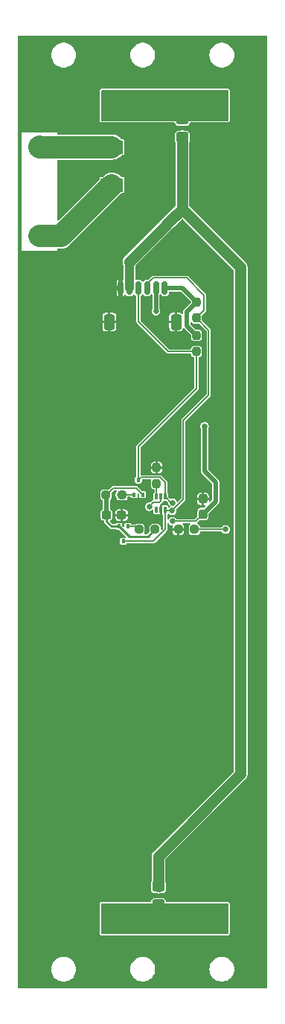
<source format=gbr>
%TF.GenerationSoftware,KiCad,Pcbnew,7.0.5*%
%TF.CreationDate,2023-06-05T00:46:42-04:00*%
%TF.ProjectId,SIDE,53494445-2e6b-4696-9361-645f70636258,rev?*%
%TF.SameCoordinates,Original*%
%TF.FileFunction,Copper,L2,Bot*%
%TF.FilePolarity,Positive*%
%FSLAX46Y46*%
G04 Gerber Fmt 4.6, Leading zero omitted, Abs format (unit mm)*
G04 Created by KiCad (PCBNEW 7.0.5) date 2023-06-05 00:46:42*
%MOMM*%
%LPD*%
G01*
G04 APERTURE LIST*
G04 Aperture macros list*
%AMRoundRect*
0 Rectangle with rounded corners*
0 $1 Rounding radius*
0 $2 $3 $4 $5 $6 $7 $8 $9 X,Y pos of 4 corners*
0 Add a 4 corners polygon primitive as box body*
4,1,4,$2,$3,$4,$5,$6,$7,$8,$9,$2,$3,0*
0 Add four circle primitives for the rounded corners*
1,1,$1+$1,$2,$3*
1,1,$1+$1,$4,$5*
1,1,$1+$1,$6,$7*
1,1,$1+$1,$8,$9*
0 Add four rect primitives between the rounded corners*
20,1,$1+$1,$2,$3,$4,$5,0*
20,1,$1+$1,$4,$5,$6,$7,0*
20,1,$1+$1,$6,$7,$8,$9,0*
20,1,$1+$1,$8,$9,$2,$3,0*%
G04 Aperture macros list end*
%TA.AperFunction,ComponentPad*%
%ADD10C,1.600000*%
%TD*%
%TA.AperFunction,ComponentPad*%
%ADD11O,1.600000X1.600000*%
%TD*%
%TA.AperFunction,SMDPad,CuDef*%
%ADD12RoundRect,0.237500X-0.250000X-0.237500X0.250000X-0.237500X0.250000X0.237500X-0.250000X0.237500X0*%
%TD*%
%TA.AperFunction,SMDPad,CuDef*%
%ADD13RoundRect,0.237500X0.250000X0.237500X-0.250000X0.237500X-0.250000X-0.237500X0.250000X-0.237500X0*%
%TD*%
%TA.AperFunction,SMDPad,CuDef*%
%ADD14RoundRect,0.237500X0.237500X-0.250000X0.237500X0.250000X-0.237500X0.250000X-0.237500X-0.250000X0*%
%TD*%
%TA.AperFunction,SMDPad,CuDef*%
%ADD15R,0.460000X0.475000*%
%TD*%
%TA.AperFunction,SMDPad,CuDef*%
%ADD16RoundRect,0.237500X-0.300000X-0.237500X0.300000X-0.237500X0.300000X0.237500X-0.300000X0.237500X0*%
%TD*%
%TA.AperFunction,SMDPad,CuDef*%
%ADD17R,2.500000X1.500000*%
%TD*%
%TA.AperFunction,SMDPad,CuDef*%
%ADD18RoundRect,0.250000X0.450000X-0.325000X0.450000X0.325000X-0.450000X0.325000X-0.450000X-0.325000X0*%
%TD*%
%TA.AperFunction,SMDPad,CuDef*%
%ADD19R,0.340000X0.700000*%
%TD*%
%TA.AperFunction,SMDPad,CuDef*%
%ADD20RoundRect,0.150000X0.150000X0.625000X-0.150000X0.625000X-0.150000X-0.625000X0.150000X-0.625000X0*%
%TD*%
%TA.AperFunction,SMDPad,CuDef*%
%ADD21RoundRect,0.250000X0.350000X0.650000X-0.350000X0.650000X-0.350000X-0.650000X0.350000X-0.650000X0*%
%TD*%
%TA.AperFunction,SMDPad,CuDef*%
%ADD22RoundRect,0.237500X0.237500X-0.300000X0.237500X0.300000X-0.237500X0.300000X-0.237500X-0.300000X0*%
%TD*%
%TA.AperFunction,SMDPad,CuDef*%
%ADD23RoundRect,0.250000X-0.450000X0.325000X-0.450000X-0.325000X0.450000X-0.325000X0.450000X0.325000X0*%
%TD*%
%TA.AperFunction,ViaPad*%
%ADD24C,0.660400*%
%TD*%
%TA.AperFunction,Conductor*%
%ADD25C,0.508000*%
%TD*%
%TA.AperFunction,Conductor*%
%ADD26C,0.152400*%
%TD*%
%TA.AperFunction,Conductor*%
%ADD27C,0.254000*%
%TD*%
%TA.AperFunction,Conductor*%
%ADD28C,1.270000*%
%TD*%
%TA.AperFunction,Conductor*%
%ADD29C,1.016000*%
%TD*%
%TA.AperFunction,Conductor*%
%ADD30C,2.540000*%
%TD*%
G04 APERTURE END LIST*
D10*
%TO.P,R6,1*%
%TO.N,/BR+*%
X139970000Y-64330000D03*
D11*
%TO.P,R6,2*%
%TO.N,/BR-*%
X139970000Y-54170000D03*
%TD*%
D12*
%TO.P,R5,1*%
%TO.N,GND*%
X155767500Y-97688022D03*
%TO.P,R5,2*%
%TO.N,Net-(IC1-ADDR)*%
X157592500Y-97688022D03*
%TD*%
D13*
%TO.P,R11,1*%
%TO.N,/SDA_1.8*%
X149362500Y-93758022D03*
%TO.P,R11,2*%
%TO.N,+1V8*%
X147537500Y-93758022D03*
%TD*%
D14*
%TO.P,R2,1*%
%TO.N,/SCL*%
X157830000Y-73630522D03*
%TO.P,R2,2*%
%TO.N,+3V3*%
X157830000Y-71805522D03*
%TD*%
D15*
%TO.P,Q2,1*%
%TO.N,+1V8*%
X149010000Y-97345022D03*
%TO.P,Q2,2*%
%TO.N,/SCL_1.8*%
X150010000Y-97345022D03*
%TO.P,Q2,3*%
%TO.N,/SCL*%
X149510000Y-99021022D03*
%TD*%
D14*
%TO.P,R4,1*%
%TO.N,Net-(U2-ADD0)*%
X153290000Y-92480522D03*
%TO.P,R4,2*%
%TO.N,GND*%
X153290000Y-90655522D03*
%TD*%
D16*
%TO.P,C2,1*%
%TO.N,+1V8*%
X147587500Y-96048022D03*
%TO.P,C2,2*%
%TO.N,GND*%
X149312500Y-96048022D03*
%TD*%
D14*
%TO.P,R3,1*%
%TO.N,/SDA*%
X157830000Y-77440522D03*
%TO.P,R3,2*%
%TO.N,+3V3*%
X157830000Y-75615522D03*
%TD*%
D17*
%TO.P,J2,1*%
%TO.N,/BR-*%
X148220000Y-54200000D03*
%TD*%
D18*
%TO.P,D1,1,K*%
%TO.N,/SC*%
X156220000Y-53060522D03*
%TO.P,D1,2,A*%
%TO.N,Net-(D1-A)*%
X156220000Y-51010522D03*
%TD*%
D19*
%TO.P,U2,1,SCL*%
%TO.N,/SCL*%
X154280000Y-95468022D03*
%TO.P,U2,2,GND*%
%TO.N,GND*%
X153780000Y-95468022D03*
%TO.P,U2,3,ALERT*%
%TO.N,unconnected-(U2-ALERT-Pad3)*%
X153280000Y-95468022D03*
%TO.P,U2,4,ADD0*%
%TO.N,Net-(U2-ADD0)*%
X153280000Y-93968022D03*
%TO.P,U2,5,V+*%
%TO.N,+3V3*%
X153780000Y-93968022D03*
%TO.P,U2,6,SDA*%
%TO.N,/SDA*%
X154280000Y-93968022D03*
%TD*%
D15*
%TO.P,Q1,1*%
%TO.N,+1V8*%
X151730000Y-93738022D03*
%TO.P,Q1,2*%
%TO.N,/SDA_1.8*%
X150730000Y-93738022D03*
%TO.P,Q1,3*%
%TO.N,/SDA*%
X151230000Y-92062022D03*
%TD*%
D17*
%TO.P,J1,1*%
%TO.N,/BR+*%
X148220000Y-58500000D03*
%TD*%
D20*
%TO.P,J4,1,1*%
%TO.N,+3V3*%
X154220000Y-70218022D03*
%TO.P,J4,2,2*%
%TO.N,+1V8*%
X153220000Y-70218022D03*
%TO.P,J4,3,3*%
%TO.N,/SCL*%
X152220000Y-70218022D03*
%TO.P,J4,4,4*%
%TO.N,/SDA*%
X151220000Y-70218022D03*
%TO.P,J4,5,5*%
%TO.N,/SC*%
X150220000Y-70218022D03*
%TO.P,J4,6,6*%
%TO.N,GND*%
X149220000Y-70218022D03*
D21*
%TO.P,J4,MP,MP*%
X155520000Y-74093022D03*
X147920000Y-74093022D03*
%TD*%
D22*
%TO.P,C1,1*%
%TO.N,+3V3*%
X158580000Y-95920522D03*
%TO.P,C1,2*%
%TO.N,GND*%
X158580000Y-94195522D03*
%TD*%
D23*
%TO.P,D2,1,K*%
%TO.N,/SC*%
X153500000Y-138313022D03*
%TO.P,D2,2,A*%
%TO.N,Net-(D2-A)*%
X153500000Y-140363022D03*
%TD*%
D12*
%TO.P,R1,1*%
%TO.N,/SCL_1.8*%
X151307500Y-97688022D03*
%TO.P,R1,2*%
%TO.N,+1V8*%
X153132500Y-97688022D03*
%TD*%
D24*
%TO.N,+3V3*%
X155100000Y-96758022D03*
X157840000Y-75628022D03*
X158580000Y-95920522D03*
X152460000Y-95098022D03*
X158760000Y-85948022D03*
%TO.N,GND*%
X159970000Y-124718022D03*
X144970000Y-74718022D03*
X164970000Y-64718022D03*
X155470000Y-91718022D03*
X164970000Y-89718022D03*
X154470000Y-88718022D03*
X164970000Y-74718022D03*
X164970000Y-99718022D03*
X159970000Y-109718022D03*
X164970000Y-139718022D03*
X159970000Y-119718022D03*
X155470000Y-88718022D03*
X155470000Y-85718022D03*
X164970000Y-104718022D03*
X154470000Y-87718022D03*
X164970000Y-84718022D03*
X155470000Y-87718022D03*
X154470000Y-86718022D03*
X159970000Y-139718022D03*
X154720000Y-59718022D03*
X164970000Y-79718022D03*
X164970000Y-69718022D03*
X153470000Y-87718022D03*
X154970000Y-114718022D03*
X159970000Y-54718022D03*
X164970000Y-59718022D03*
X164970000Y-94718022D03*
X154970000Y-129718022D03*
X144970000Y-79718022D03*
X155470000Y-90718022D03*
X155470000Y-89718022D03*
X159970000Y-84718022D03*
X149970000Y-119718022D03*
X164970000Y-54718022D03*
X152470000Y-88718022D03*
X159970000Y-79718022D03*
X164970000Y-124718022D03*
X164970000Y-129718022D03*
X159970000Y-134718022D03*
X149970000Y-114718022D03*
X164970000Y-114718022D03*
X159970000Y-59718022D03*
X158580000Y-94198022D03*
X156220000Y-65000000D03*
X159970000Y-74718022D03*
X154720000Y-54718022D03*
X159720000Y-69500000D03*
X154970000Y-124718022D03*
X149970000Y-109718022D03*
X159970000Y-114718022D03*
X159970000Y-104718022D03*
X154970000Y-119718022D03*
X154970000Y-109718022D03*
X153470000Y-88718022D03*
X164970000Y-109718022D03*
X164970000Y-134718022D03*
X164970000Y-119718022D03*
X149970000Y-124718022D03*
X155470000Y-86718022D03*
X149970000Y-104718022D03*
X154970000Y-104718022D03*
X144970000Y-84718022D03*
%TO.N,/SDA_1.8*%
X149100000Y-93740522D03*
%TO.N,/SCL_1.8*%
X151307500Y-97688022D03*
%TO.N,+1V8*%
X147587500Y-96048022D03*
X147587500Y-93758022D03*
X153220000Y-72858022D03*
%TO.N,/SDA*%
X155120000Y-94648022D03*
%TO.N,/SCL*%
X155050000Y-95578022D03*
%TO.N,Net-(D1-A)*%
X155220000Y-49968022D03*
X159220000Y-49968022D03*
X151220000Y-49968022D03*
X160220000Y-48968022D03*
X150220000Y-48968022D03*
X154220000Y-48968022D03*
X158220000Y-48968022D03*
X152220000Y-48968022D03*
X153220000Y-49968022D03*
X156220000Y-48968022D03*
X149220000Y-49968022D03*
X157220000Y-49968022D03*
X148220000Y-48968022D03*
%TO.N,Net-(D2-A)*%
X159220000Y-142468022D03*
X157220000Y-142468022D03*
X158220000Y-141468022D03*
X153220000Y-142468022D03*
X151220000Y-142468022D03*
X155220000Y-142468022D03*
X148220000Y-141468022D03*
X152220000Y-141468022D03*
X154220000Y-141468022D03*
X149220000Y-142468022D03*
X150220000Y-141468022D03*
X156220000Y-141468022D03*
X160220000Y-141468022D03*
%TO.N,Net-(IC1-ADDR)*%
X161150000Y-97688022D03*
%TD*%
D25*
%TO.N,+3V3*%
X156740000Y-74525522D02*
X157830000Y-75615522D01*
X157830000Y-71805522D02*
X156740000Y-72895522D01*
D26*
X153780000Y-93968022D02*
X153780000Y-94470422D01*
D25*
X158760000Y-85948022D02*
X158760000Y-91068022D01*
D26*
X153780000Y-94470422D02*
X153642400Y-94608022D01*
D25*
X160010000Y-94490522D02*
X158580000Y-95920522D01*
D26*
X155100000Y-96758022D02*
X157742500Y-96758022D01*
X153642400Y-94608022D02*
X152940000Y-94608022D01*
D25*
X156242500Y-70218022D02*
X157830000Y-71805522D01*
X160010000Y-92318022D02*
X160010000Y-94490522D01*
X158760000Y-91068022D02*
X160010000Y-92318022D01*
D26*
X157742500Y-96758022D02*
X158580000Y-95920522D01*
D25*
X154220000Y-70218022D02*
X156242500Y-70218022D01*
D26*
X152460000Y-95088022D02*
X152460000Y-95098022D01*
X152940000Y-94608022D02*
X152460000Y-95088022D01*
D25*
X156740000Y-72895522D02*
X156740000Y-74525522D01*
%TO.N,GND*%
X149220000Y-70218022D02*
X149220000Y-69170000D01*
X149220000Y-70218022D02*
X148488022Y-70218022D01*
X149220000Y-70218022D02*
X149220000Y-71460000D01*
D26*
%TO.N,/SDA_1.8*%
X149102500Y-93738022D02*
X149100000Y-93740522D01*
X150730000Y-93738022D02*
X149102500Y-93738022D01*
%TO.N,/SCL_1.8*%
X150964500Y-97345022D02*
X151307500Y-97688022D01*
X150010000Y-97345022D02*
X150964500Y-97345022D01*
%TO.N,Net-(U2-ADD0)*%
X153280000Y-92500522D02*
X153277500Y-92498022D01*
X153280000Y-93968022D02*
X153280000Y-92500522D01*
%TO.N,+1V8*%
X147587500Y-93758022D02*
X148347500Y-92998022D01*
D25*
X153220000Y-70218022D02*
X153220000Y-72858022D01*
D27*
X147587500Y-96048022D02*
X147587500Y-96775522D01*
X149010000Y-97345022D02*
X150193000Y-98528022D01*
D26*
X148347500Y-92998022D02*
X150990000Y-92998022D01*
D27*
X150193000Y-98528022D02*
X152292500Y-98528022D01*
X152292500Y-98528022D02*
X153132500Y-97688022D01*
X147587500Y-96775522D02*
X148157000Y-97345022D01*
D25*
X147587500Y-96048022D02*
X147587500Y-93808022D01*
X147587500Y-93808022D02*
X147537500Y-93758022D01*
D26*
X150990000Y-92998022D02*
X151730000Y-93738022D01*
D27*
X148157000Y-97345022D02*
X149010000Y-97345022D01*
D28*
%TO.N,/SC*%
X156220000Y-61218022D02*
X162850000Y-67848022D01*
X153500000Y-134890000D02*
X153500000Y-138313022D01*
X156220000Y-53060522D02*
X156220000Y-61218022D01*
X156220000Y-61218022D02*
X154720000Y-62718022D01*
D29*
X150220000Y-70218022D02*
X150220000Y-67218022D01*
D28*
X154069011Y-63369011D02*
X154720000Y-62718022D01*
X150220000Y-67218022D02*
X154069011Y-63369011D01*
X162850000Y-125540000D02*
X153500000Y-134890000D01*
X162850000Y-67848022D02*
X162850000Y-125540000D01*
D26*
%TO.N,/SDA*%
X154630522Y-77440522D02*
X157830000Y-77440522D01*
X157830000Y-81688022D02*
X151230000Y-88288022D01*
X157830000Y-77440522D02*
X157830000Y-81688022D01*
X151220000Y-70218022D02*
X151220000Y-74030000D01*
X155120000Y-94648022D02*
X154960000Y-94648022D01*
X151220000Y-74030000D02*
X154630522Y-77440522D01*
X154960000Y-94648022D02*
X154280000Y-93968022D01*
X153720565Y-91764422D02*
X154280000Y-92323857D01*
X151230000Y-88288022D02*
X151230000Y-92062022D01*
X151230000Y-92062022D02*
X151527600Y-91764422D01*
X154280000Y-92323857D02*
X154280000Y-93968022D01*
X151527600Y-91764422D02*
X153720565Y-91764422D01*
%TO.N,/SCL*%
X154390000Y-95578022D02*
X154280000Y-95468022D01*
X157830000Y-73630522D02*
X157840522Y-73630522D01*
X158700000Y-71030000D02*
X158700000Y-72760522D01*
X156730000Y-69060000D02*
X158700000Y-71030000D01*
X152220000Y-69740000D02*
X152900000Y-69060000D01*
X159230000Y-82438022D02*
X156340000Y-85328022D01*
X158700000Y-72760522D02*
X157830000Y-73630522D01*
X156340000Y-85328022D02*
X156340000Y-94288022D01*
X155050000Y-95578022D02*
X154390000Y-95578022D01*
X159230000Y-75020000D02*
X159230000Y-82438022D01*
X152220000Y-70218022D02*
X152220000Y-69740000D01*
X152946165Y-99021022D02*
X149510000Y-99021022D01*
X152900000Y-69060000D02*
X156730000Y-69060000D01*
X154280000Y-95468022D02*
X154280000Y-97687187D01*
X154280000Y-97687187D02*
X152946165Y-99021022D01*
X156340000Y-94288022D02*
X155050000Y-95578022D01*
X157840522Y-73630522D02*
X159230000Y-75020000D01*
%TO.N,Net-(IC1-ADDR)*%
X161150000Y-97688022D02*
X157592500Y-97688022D01*
D30*
%TO.N,/BR+*%
X142390000Y-64330000D02*
X148220000Y-58500000D01*
X139970000Y-64330000D02*
X142390000Y-64330000D01*
%TO.N,/BR-*%
X140000000Y-54200000D02*
X139970000Y-54170000D01*
X148220000Y-54200000D02*
X140000000Y-54200000D01*
%TD*%
%TA.AperFunction,Conductor*%
%TO.N,Net-(D1-A)*%
G36*
X161438601Y-47738587D02*
G01*
X161468665Y-47790658D01*
X161470000Y-47805922D01*
X161470000Y-51130122D01*
X161449435Y-51186623D01*
X161397364Y-51216687D01*
X161382100Y-51218022D01*
X147057900Y-51218022D01*
X147001399Y-51197457D01*
X146971335Y-51145386D01*
X146970000Y-51130122D01*
X146970000Y-47805922D01*
X146990565Y-47749421D01*
X147042636Y-47719357D01*
X147057900Y-47718022D01*
X161382100Y-47718022D01*
X161438601Y-47738587D01*
G37*
%TD.AperFunction*%
%TD*%
%TA.AperFunction,Conductor*%
%TO.N,GND*%
G36*
X156094048Y-70645487D02*
G01*
X156099702Y-70650667D01*
X157176355Y-71727320D01*
X157201766Y-71781814D01*
X157202100Y-71789475D01*
X157202100Y-71821568D01*
X157181535Y-71878069D01*
X157176355Y-71883723D01*
X156497849Y-72562230D01*
X156497848Y-72562229D01*
X156406709Y-72653369D01*
X156406704Y-72653376D01*
X156395124Y-72676100D01*
X156387924Y-72687850D01*
X156372929Y-72708490D01*
X156365046Y-72732751D01*
X156359770Y-72745489D01*
X156348192Y-72768213D01*
X156348190Y-72768219D01*
X156344200Y-72793407D01*
X156340983Y-72806810D01*
X156333100Y-72831076D01*
X156333100Y-73082954D01*
X156312535Y-73139455D01*
X156260464Y-73169519D01*
X156201250Y-73159078D01*
X156181187Y-73141150D01*
X156180575Y-73141763D01*
X156175914Y-73137102D01*
X156072154Y-73060524D01*
X156072153Y-73060523D01*
X155950434Y-73017932D01*
X155950429Y-73017931D01*
X155921533Y-73015222D01*
X155647000Y-73015222D01*
X155647000Y-75170821D01*
X155647001Y-75170822D01*
X155921530Y-75170822D01*
X155921533Y-75170821D01*
X155950429Y-75168112D01*
X155950434Y-75168111D01*
X156072153Y-75125520D01*
X156072154Y-75125519D01*
X156175914Y-75048941D01*
X156175919Y-75048936D01*
X156252496Y-74945178D01*
X156292277Y-74831489D01*
X156330349Y-74784950D01*
X156389428Y-74773772D01*
X156437400Y-74798365D01*
X156809857Y-75170822D01*
X157176355Y-75537319D01*
X157201766Y-75591813D01*
X157202100Y-75599474D01*
X157202100Y-75896243D01*
X157216579Y-75987663D01*
X157216579Y-75987664D01*
X157216580Y-75987666D01*
X157272723Y-76097854D01*
X157360168Y-76185299D01*
X157470356Y-76241442D01*
X157561778Y-76255922D01*
X157561779Y-76255922D01*
X158098221Y-76255922D01*
X158098222Y-76255922D01*
X158189644Y-76241442D01*
X158299832Y-76185299D01*
X158387277Y-76097854D01*
X158443420Y-75987666D01*
X158457900Y-75896244D01*
X158457900Y-75334800D01*
X158443420Y-75243378D01*
X158387277Y-75133190D01*
X158299832Y-75045745D01*
X158189644Y-74989602D01*
X158189642Y-74989601D01*
X158189641Y-74989601D01*
X158119414Y-74978478D01*
X158098222Y-74975122D01*
X158098221Y-74975122D01*
X157801453Y-74975122D01*
X157744952Y-74954557D01*
X157739298Y-74949377D01*
X157172645Y-74382723D01*
X157147234Y-74328229D01*
X157146900Y-74320568D01*
X157146900Y-74199240D01*
X157167465Y-74142739D01*
X157219536Y-74112675D01*
X157278750Y-74123116D01*
X157296950Y-74137081D01*
X157360168Y-74200299D01*
X157470356Y-74256442D01*
X157561778Y-74270922D01*
X157561779Y-74270922D01*
X158098219Y-74270922D01*
X158098222Y-74270922D01*
X158104658Y-74269902D01*
X158163679Y-74281371D01*
X158180568Y-74294564D01*
X158975155Y-75089151D01*
X159000566Y-75143645D01*
X159000900Y-75151306D01*
X159000900Y-82306714D01*
X158980335Y-82363215D01*
X158975155Y-82368869D01*
X156183040Y-85160983D01*
X156181372Y-85162566D01*
X156150514Y-85190351D01*
X156150513Y-85190352D01*
X156150514Y-85190352D01*
X156140849Y-85212056D01*
X156134278Y-85224159D01*
X156125226Y-85238098D01*
X156121338Y-85244087D01*
X156120248Y-85250969D01*
X156113735Y-85272956D01*
X156110900Y-85279325D01*
X156110900Y-85303073D01*
X156109818Y-85316822D01*
X156106103Y-85340277D01*
X156106103Y-85340280D01*
X156107905Y-85347004D01*
X156110900Y-85369755D01*
X156110900Y-94156714D01*
X156090335Y-94213215D01*
X156085155Y-94218869D01*
X155738263Y-94565760D01*
X155683769Y-94591171D01*
X155625691Y-94575608D01*
X155591203Y-94526355D01*
X155589102Y-94516111D01*
X155588298Y-94510518D01*
X155588298Y-94510517D01*
X155530589Y-94384153D01*
X155439617Y-94279165D01*
X155439615Y-94279164D01*
X155439613Y-94279162D01*
X155322754Y-94204061D01*
X155322751Y-94204060D01*
X155296092Y-94196232D01*
X155189463Y-94164922D01*
X155189459Y-94164922D01*
X155050541Y-94164922D01*
X155050536Y-94164922D01*
X154911218Y-94205831D01*
X154910577Y-94203651D01*
X154859788Y-94207670D01*
X154821087Y-94185112D01*
X154628644Y-93992669D01*
X154603233Y-93938175D01*
X154602899Y-93930514D01*
X154602899Y-93602963D01*
X154596454Y-93570563D01*
X154594028Y-93558364D01*
X154560234Y-93507788D01*
X154560153Y-93507733D01*
X154548162Y-93499721D01*
X154512611Y-93451230D01*
X154509100Y-93426637D01*
X154509100Y-92331024D01*
X154509160Y-92328723D01*
X154509901Y-92314578D01*
X154511335Y-92287218D01*
X154502824Y-92265049D01*
X154498907Y-92251822D01*
X154493970Y-92228594D01*
X154493969Y-92228592D01*
X154489874Y-92222956D01*
X154478927Y-92202794D01*
X154476432Y-92196293D01*
X154459636Y-92179497D01*
X154450678Y-92169008D01*
X154449938Y-92167990D01*
X154436722Y-92149799D01*
X154436721Y-92149798D01*
X154430692Y-92146317D01*
X154412488Y-92132349D01*
X153887604Y-91607463D01*
X153886035Y-91605811D01*
X153858235Y-91574936D01*
X153858234Y-91574935D01*
X153836537Y-91565274D01*
X153824423Y-91558697D01*
X153811587Y-91550362D01*
X153804501Y-91545761D01*
X153804498Y-91545760D01*
X153804497Y-91545760D01*
X153797623Y-91544671D01*
X153775629Y-91538156D01*
X153769264Y-91535322D01*
X153769262Y-91535322D01*
X153745512Y-91535322D01*
X153731762Y-91534240D01*
X153719684Y-91532327D01*
X153708308Y-91530525D01*
X153708305Y-91530525D01*
X153701582Y-91532327D01*
X153678832Y-91535322D01*
X151547000Y-91535322D01*
X151490499Y-91514757D01*
X151460435Y-91462686D01*
X151459100Y-91447422D01*
X151459100Y-90938206D01*
X152637200Y-90938206D01*
X152652602Y-91035454D01*
X152712326Y-91152670D01*
X152805351Y-91245695D01*
X152922567Y-91305419D01*
X153019816Y-91320822D01*
X153162999Y-91320822D01*
X153163000Y-91320820D01*
X153417000Y-91320820D01*
X153417001Y-91320822D01*
X153560184Y-91320822D01*
X153657432Y-91305419D01*
X153774648Y-91245695D01*
X153867673Y-91152670D01*
X153927397Y-91035454D01*
X153942800Y-90938206D01*
X153942800Y-90782522D01*
X153417001Y-90782522D01*
X153417000Y-90782523D01*
X153417000Y-91320820D01*
X153163000Y-91320820D01*
X153163000Y-90782523D01*
X153162999Y-90782522D01*
X152637201Y-90782522D01*
X152637200Y-90782523D01*
X152637200Y-90938206D01*
X151459100Y-90938206D01*
X151459100Y-90528520D01*
X152637200Y-90528520D01*
X152637201Y-90528522D01*
X153162999Y-90528522D01*
X153163000Y-90528520D01*
X153417000Y-90528520D01*
X153417001Y-90528522D01*
X153942799Y-90528522D01*
X153942800Y-90528521D01*
X153942800Y-90372837D01*
X153927397Y-90275589D01*
X153867673Y-90158373D01*
X153774648Y-90065348D01*
X153657432Y-90005624D01*
X153560184Y-89990222D01*
X153417001Y-89990222D01*
X153417000Y-89990223D01*
X153417000Y-90528520D01*
X153163000Y-90528520D01*
X153163000Y-89990223D01*
X153162999Y-89990222D01*
X153019816Y-89990222D01*
X152922567Y-90005624D01*
X152805351Y-90065348D01*
X152712326Y-90158373D01*
X152652602Y-90275589D01*
X152637200Y-90372837D01*
X152637200Y-90528520D01*
X151459100Y-90528520D01*
X151459100Y-88419327D01*
X151479665Y-88362826D01*
X151484834Y-88357183D01*
X157986965Y-81855051D01*
X157988598Y-81853502D01*
X158019486Y-81825692D01*
X158029145Y-81803996D01*
X158035724Y-81791878D01*
X158048662Y-81771958D01*
X158049751Y-81765079D01*
X158056268Y-81743076D01*
X158059100Y-81736719D01*
X158059100Y-81712969D01*
X158060182Y-81699219D01*
X158063897Y-81675763D01*
X158063896Y-81675758D01*
X158062095Y-81669035D01*
X158059100Y-81646287D01*
X158059100Y-78162192D01*
X158079665Y-78105691D01*
X158131736Y-78075627D01*
X158133250Y-78075374D01*
X158189644Y-78066442D01*
X158299832Y-78010299D01*
X158387277Y-77922854D01*
X158443420Y-77812666D01*
X158457900Y-77721244D01*
X158457900Y-77159800D01*
X158443420Y-77068378D01*
X158387277Y-76958190D01*
X158299832Y-76870745D01*
X158189644Y-76814602D01*
X158189642Y-76814601D01*
X158189641Y-76814601D01*
X158119414Y-76803478D01*
X158098222Y-76800122D01*
X157561778Y-76800122D01*
X157544574Y-76802846D01*
X157470358Y-76814601D01*
X157360168Y-76870745D01*
X157272723Y-76958190D01*
X157216579Y-77068380D01*
X157205668Y-77137273D01*
X157176518Y-77189861D01*
X157120384Y-77211409D01*
X157118850Y-77211422D01*
X154761829Y-77211422D01*
X154705328Y-77190857D01*
X154699674Y-77185677D01*
X152308553Y-74794555D01*
X154742200Y-74794555D01*
X154744909Y-74823451D01*
X154744910Y-74823456D01*
X154787501Y-74945175D01*
X154787502Y-74945176D01*
X154864080Y-75048936D01*
X154864085Y-75048941D01*
X154967845Y-75125519D01*
X154967846Y-75125520D01*
X155089565Y-75168111D01*
X155089570Y-75168112D01*
X155118466Y-75170821D01*
X155118470Y-75170822D01*
X155392999Y-75170822D01*
X155393000Y-75170821D01*
X155393000Y-74220022D01*
X154742201Y-74220022D01*
X154742200Y-74220023D01*
X154742200Y-74794555D01*
X152308553Y-74794555D01*
X151480019Y-73966021D01*
X154742200Y-73966021D01*
X154742201Y-73966022D01*
X155392999Y-73966022D01*
X155393000Y-73966021D01*
X155393000Y-73015223D01*
X155392999Y-73015222D01*
X155118466Y-73015222D01*
X155089570Y-73017931D01*
X155089565Y-73017932D01*
X154967846Y-73060523D01*
X154967845Y-73060524D01*
X154864085Y-73137102D01*
X154864080Y-73137107D01*
X154787502Y-73240867D01*
X154787501Y-73240868D01*
X154744910Y-73362587D01*
X154744909Y-73362592D01*
X154742200Y-73391488D01*
X154742200Y-73966021D01*
X151480019Y-73966021D01*
X151474845Y-73960847D01*
X151449434Y-73906353D01*
X151449100Y-73898692D01*
X151449100Y-71196484D01*
X151469665Y-71139983D01*
X151501496Y-71116073D01*
X151544145Y-71097242D01*
X151624220Y-71017167D01*
X151639590Y-70982356D01*
X151681224Y-70938977D01*
X151741002Y-70932508D01*
X151790953Y-70965977D01*
X151800409Y-70982355D01*
X151815780Y-71017167D01*
X151895855Y-71097242D01*
X151999450Y-71142984D01*
X152024774Y-71145922D01*
X152024781Y-71145922D01*
X152415219Y-71145922D01*
X152415226Y-71145922D01*
X152440550Y-71142984D01*
X152544145Y-71097242D01*
X152624220Y-71017167D01*
X152639590Y-70982356D01*
X152681224Y-70938977D01*
X152741002Y-70932508D01*
X152790953Y-70965977D01*
X152800408Y-70982353D01*
X152805611Y-70994137D01*
X152813100Y-71029639D01*
X152813100Y-72566953D01*
X152805157Y-72603468D01*
X152751702Y-72720517D01*
X152751700Y-72720523D01*
X152731932Y-72858018D01*
X152731932Y-72858025D01*
X152751700Y-72995520D01*
X152751701Y-72995525D01*
X152751702Y-72995527D01*
X152809411Y-73121891D01*
X152900383Y-73226879D01*
X152900385Y-73226880D01*
X152900386Y-73226881D01*
X153017245Y-73301982D01*
X153017246Y-73301982D01*
X153017249Y-73301984D01*
X153108035Y-73328641D01*
X153150536Y-73341121D01*
X153150539Y-73341121D01*
X153150541Y-73341122D01*
X153150542Y-73341122D01*
X153289458Y-73341122D01*
X153289459Y-73341122D01*
X153289461Y-73341121D01*
X153289463Y-73341121D01*
X153305305Y-73336468D01*
X153422751Y-73301984D01*
X153539617Y-73226879D01*
X153630589Y-73121891D01*
X153688298Y-72995527D01*
X153698298Y-72925976D01*
X153708068Y-72858025D01*
X153708068Y-72858018D01*
X153688299Y-72720523D01*
X153688298Y-72720522D01*
X153688298Y-72720517D01*
X153634842Y-72603467D01*
X153626900Y-72566953D01*
X153626900Y-71029639D01*
X153634387Y-70994140D01*
X153639588Y-70982360D01*
X153681217Y-70938980D01*
X153740995Y-70932506D01*
X153790948Y-70965972D01*
X153800409Y-70982356D01*
X153807026Y-70997341D01*
X153815780Y-71017167D01*
X153895855Y-71097242D01*
X153999450Y-71142984D01*
X154024774Y-71145922D01*
X154024781Y-71145922D01*
X154415219Y-71145922D01*
X154415226Y-71145922D01*
X154440550Y-71142984D01*
X154544145Y-71097242D01*
X154624220Y-71017167D01*
X154669962Y-70913572D01*
X154672900Y-70888248D01*
X154672900Y-70712821D01*
X154693465Y-70656321D01*
X154745536Y-70626257D01*
X154760800Y-70624922D01*
X156037547Y-70624922D01*
X156094048Y-70645487D01*
G37*
%TD.AperFunction*%
%TA.AperFunction,Conductor*%
G36*
X165883301Y-41543887D02*
G01*
X165913365Y-41595958D01*
X165914700Y-41611222D01*
X165914700Y-149824822D01*
X165894135Y-149881323D01*
X165842064Y-149911387D01*
X165826800Y-149912722D01*
X137613200Y-149912722D01*
X137556699Y-149892157D01*
X137526635Y-149840086D01*
X137525300Y-149824822D01*
X137525300Y-147718022D01*
X141309884Y-147718022D01*
X141329115Y-147950118D01*
X141329116Y-147950124D01*
X141386286Y-148175882D01*
X141386289Y-148175890D01*
X141457987Y-148339343D01*
X141479840Y-148389163D01*
X141479844Y-148389169D01*
X141607215Y-148584127D01*
X141607216Y-148584129D01*
X141607220Y-148584133D01*
X141764954Y-148755478D01*
X141948740Y-148898524D01*
X142153563Y-149009369D01*
X142373837Y-149084989D01*
X142373839Y-149084989D01*
X142373841Y-149084990D01*
X142603550Y-149123322D01*
X142603554Y-149123322D01*
X142836450Y-149123322D01*
X143066158Y-149084990D01*
X143066158Y-149084989D01*
X143066163Y-149084989D01*
X143286437Y-149009369D01*
X143491260Y-148898524D01*
X143675046Y-148755478D01*
X143832780Y-148584133D01*
X143960160Y-148389163D01*
X144053712Y-148175886D01*
X144110884Y-147950119D01*
X144130116Y-147718022D01*
X150309884Y-147718022D01*
X150329115Y-147950118D01*
X150329116Y-147950124D01*
X150386286Y-148175882D01*
X150386289Y-148175890D01*
X150457987Y-148339343D01*
X150479840Y-148389163D01*
X150479844Y-148389169D01*
X150607215Y-148584127D01*
X150607216Y-148584129D01*
X150607220Y-148584133D01*
X150764954Y-148755478D01*
X150948740Y-148898524D01*
X151153563Y-149009369D01*
X151373837Y-149084989D01*
X151373839Y-149084989D01*
X151373841Y-149084990D01*
X151603550Y-149123322D01*
X151603554Y-149123322D01*
X151836450Y-149123322D01*
X152066158Y-149084990D01*
X152066158Y-149084989D01*
X152066163Y-149084989D01*
X152286437Y-149009369D01*
X152491260Y-148898524D01*
X152675046Y-148755478D01*
X152832780Y-148584133D01*
X152960160Y-148389163D01*
X153053712Y-148175886D01*
X153110884Y-147950119D01*
X153130116Y-147718022D01*
X159309884Y-147718022D01*
X159329115Y-147950118D01*
X159329116Y-147950124D01*
X159386286Y-148175882D01*
X159386289Y-148175890D01*
X159457987Y-148339343D01*
X159479840Y-148389163D01*
X159479844Y-148389169D01*
X159607215Y-148584127D01*
X159607216Y-148584129D01*
X159607220Y-148584133D01*
X159764954Y-148755478D01*
X159948740Y-148898524D01*
X160153563Y-149009369D01*
X160373837Y-149084989D01*
X160373839Y-149084989D01*
X160373841Y-149084990D01*
X160603550Y-149123322D01*
X160603554Y-149123322D01*
X160836450Y-149123322D01*
X161066158Y-149084990D01*
X161066158Y-149084989D01*
X161066163Y-149084989D01*
X161286437Y-149009369D01*
X161491260Y-148898524D01*
X161675046Y-148755478D01*
X161832780Y-148584133D01*
X161960160Y-148389163D01*
X162053712Y-148175886D01*
X162110884Y-147950119D01*
X162130116Y-147718022D01*
X162110884Y-147485925D01*
X162110883Y-147485919D01*
X162053713Y-147260161D01*
X162053710Y-147260153D01*
X161960164Y-147046891D01*
X161960160Y-147046881D01*
X161879435Y-146923322D01*
X161832784Y-146851916D01*
X161832783Y-146851914D01*
X161675050Y-146680570D01*
X161675048Y-146680569D01*
X161675046Y-146680566D01*
X161491260Y-146537520D01*
X161286437Y-146426675D01*
X161286433Y-146426673D01*
X161286430Y-146426672D01*
X161066167Y-146351056D01*
X161066158Y-146351053D01*
X160836450Y-146312722D01*
X160836446Y-146312722D01*
X160603554Y-146312722D01*
X160603550Y-146312722D01*
X160373841Y-146351053D01*
X160373832Y-146351056D01*
X160153569Y-146426672D01*
X159948740Y-146537520D01*
X159764949Y-146680570D01*
X159607216Y-146851914D01*
X159607215Y-146851916D01*
X159479844Y-147046874D01*
X159479835Y-147046891D01*
X159386289Y-147260153D01*
X159386286Y-147260161D01*
X159329116Y-147485919D01*
X159329115Y-147485925D01*
X159309884Y-147718022D01*
X153130116Y-147718022D01*
X153110884Y-147485925D01*
X153110883Y-147485919D01*
X153053713Y-147260161D01*
X153053710Y-147260153D01*
X152960164Y-147046891D01*
X152960160Y-147046881D01*
X152879435Y-146923322D01*
X152832784Y-146851916D01*
X152832783Y-146851914D01*
X152675050Y-146680570D01*
X152675048Y-146680569D01*
X152675046Y-146680566D01*
X152491260Y-146537520D01*
X152286437Y-146426675D01*
X152286433Y-146426673D01*
X152286430Y-146426672D01*
X152066167Y-146351056D01*
X152066158Y-146351053D01*
X151836450Y-146312722D01*
X151836446Y-146312722D01*
X151603554Y-146312722D01*
X151603550Y-146312722D01*
X151373841Y-146351053D01*
X151373832Y-146351056D01*
X151153569Y-146426672D01*
X150948740Y-146537520D01*
X150764949Y-146680570D01*
X150607216Y-146851914D01*
X150607215Y-146851916D01*
X150479844Y-147046874D01*
X150479835Y-147046891D01*
X150386289Y-147260153D01*
X150386286Y-147260161D01*
X150329116Y-147485919D01*
X150329115Y-147485925D01*
X150309884Y-147718022D01*
X144130116Y-147718022D01*
X144110884Y-147485925D01*
X144110883Y-147485919D01*
X144053713Y-147260161D01*
X144053710Y-147260153D01*
X143960164Y-147046891D01*
X143960160Y-147046881D01*
X143879435Y-146923322D01*
X143832784Y-146851916D01*
X143832783Y-146851914D01*
X143675050Y-146680570D01*
X143675048Y-146680569D01*
X143675046Y-146680566D01*
X143491260Y-146537520D01*
X143286437Y-146426675D01*
X143286433Y-146426673D01*
X143286430Y-146426672D01*
X143066167Y-146351056D01*
X143066158Y-146351053D01*
X142836450Y-146312722D01*
X142836446Y-146312722D01*
X142603554Y-146312722D01*
X142603550Y-146312722D01*
X142373841Y-146351053D01*
X142373832Y-146351056D01*
X142153569Y-146426672D01*
X141948740Y-146537520D01*
X141764949Y-146680570D01*
X141607216Y-146851914D01*
X141607215Y-146851916D01*
X141479844Y-147046874D01*
X141479835Y-147046891D01*
X141386289Y-147260153D01*
X141386286Y-147260161D01*
X141329116Y-147485919D01*
X141329115Y-147485925D01*
X141309884Y-147718022D01*
X137525300Y-147718022D01*
X137525300Y-143633559D01*
X146812100Y-143633559D01*
X146812399Y-143640441D01*
X146814034Y-143659138D01*
X146814035Y-143659146D01*
X146834588Y-143724335D01*
X146834591Y-143724341D01*
X146864653Y-143776408D01*
X146880438Y-143798951D01*
X146880440Y-143798953D01*
X146947393Y-143845834D01*
X147003894Y-143866399D01*
X147019240Y-143869105D01*
X147057887Y-143875920D01*
X147057891Y-143875920D01*
X147057900Y-143875922D01*
X147057905Y-143875922D01*
X161385532Y-143875922D01*
X161385544Y-143875922D01*
X161392426Y-143875622D01*
X161411122Y-143873987D01*
X161476316Y-143853432D01*
X161528387Y-143823368D01*
X161550931Y-143807582D01*
X161597812Y-143740629D01*
X161618377Y-143684128D01*
X161627900Y-143630122D01*
X161627900Y-140302478D01*
X161627600Y-140295596D01*
X161625965Y-140276900D01*
X161618088Y-140251916D01*
X161605411Y-140211708D01*
X161605408Y-140211702D01*
X161575346Y-140159635D01*
X161559561Y-140137092D01*
X161559559Y-140137090D01*
X161492608Y-140090211D01*
X161492609Y-140090211D01*
X161492607Y-140090210D01*
X161436106Y-140069645D01*
X161436093Y-140069642D01*
X161382112Y-140060123D01*
X161382102Y-140060122D01*
X161382100Y-140060122D01*
X161382095Y-140060122D01*
X154436496Y-140060122D01*
X154379995Y-140039557D01*
X154349931Y-139987486D01*
X154349678Y-139985972D01*
X154337957Y-139911968D01*
X154337957Y-139911967D01*
X154280016Y-139798251D01*
X154189771Y-139708006D01*
X154189768Y-139708004D01*
X154076053Y-139650064D01*
X154076054Y-139650064D01*
X153996649Y-139637488D01*
X153981708Y-139635122D01*
X153018292Y-139635122D01*
X153003350Y-139637488D01*
X152923946Y-139650064D01*
X152810231Y-139708004D01*
X152719982Y-139798253D01*
X152662042Y-139911968D01*
X152650322Y-139985972D01*
X152621172Y-140038561D01*
X152565039Y-140060109D01*
X152563504Y-140060122D01*
X147054456Y-140060122D01*
X147052662Y-140060200D01*
X147047580Y-140060421D01*
X147028883Y-140062056D01*
X147028875Y-140062057D01*
X146963686Y-140082610D01*
X146963680Y-140082613D01*
X146911613Y-140112675D01*
X146889070Y-140128460D01*
X146889068Y-140128462D01*
X146842189Y-140195413D01*
X146842188Y-140195415D01*
X146821623Y-140251915D01*
X146821620Y-140251928D01*
X146812101Y-140305909D01*
X146812100Y-140305927D01*
X146812100Y-143633559D01*
X137525300Y-143633559D01*
X137525300Y-96316243D01*
X146897100Y-96316243D01*
X146911579Y-96407663D01*
X146911579Y-96407664D01*
X146911580Y-96407666D01*
X146967723Y-96517854D01*
X147055168Y-96605299D01*
X147165356Y-96661442D01*
X147232288Y-96672043D01*
X147284874Y-96701192D01*
X147306342Y-96754797D01*
X147307553Y-96780970D01*
X147307600Y-96783002D01*
X147307600Y-96801464D01*
X147308235Y-96804861D01*
X147308935Y-96810904D01*
X147310314Y-96840714D01*
X147314214Y-96849547D01*
X147320204Y-96868890D01*
X147321978Y-96878380D01*
X147321981Y-96878387D01*
X147337687Y-96903752D01*
X147340529Y-96909143D01*
X147350091Y-96930798D01*
X147352584Y-96936444D01*
X147359414Y-96943274D01*
X147371986Y-96959146D01*
X147377068Y-96967353D01*
X147377071Y-96967357D01*
X147400874Y-96985332D01*
X147405471Y-96989332D01*
X147916657Y-97500517D01*
X147924025Y-97510750D01*
X147924858Y-97510122D01*
X147929767Y-97516623D01*
X147950728Y-97535730D01*
X147962917Y-97546843D01*
X147964350Y-97548210D01*
X147977420Y-97561280D01*
X147977423Y-97561282D01*
X147977424Y-97561283D01*
X147980264Y-97563228D01*
X147985043Y-97567013D01*
X148007099Y-97587120D01*
X148016100Y-97590606D01*
X148034029Y-97600058D01*
X148041983Y-97605507D01*
X148041984Y-97605508D01*
X148071031Y-97612339D01*
X148076847Y-97614139D01*
X148104678Y-97624922D01*
X148114332Y-97624922D01*
X148134456Y-97627256D01*
X148143849Y-97629466D01*
X148173400Y-97625343D01*
X148179478Y-97624922D01*
X148577457Y-97624922D01*
X148633958Y-97645487D01*
X148650543Y-97663987D01*
X148669766Y-97692756D01*
X148678189Y-97698384D01*
X148720341Y-97726550D01*
X148727741Y-97728021D01*
X148764943Y-97735422D01*
X148968151Y-97735421D01*
X149024652Y-97755985D01*
X149030306Y-97761166D01*
X149749707Y-98480567D01*
X149775118Y-98535061D01*
X149759555Y-98593139D01*
X149710302Y-98627627D01*
X149687552Y-98630622D01*
X149264941Y-98630622D01*
X149220341Y-98639494D01*
X149169767Y-98673287D01*
X149169764Y-98673290D01*
X149135971Y-98723863D01*
X149127100Y-98768465D01*
X149127100Y-99273580D01*
X149134381Y-99310183D01*
X149135972Y-99318180D01*
X149169766Y-99368756D01*
X149186701Y-99380072D01*
X149220341Y-99402550D01*
X149227741Y-99404021D01*
X149264943Y-99411422D01*
X149755056Y-99411421D01*
X149755058Y-99411421D01*
X149767750Y-99408896D01*
X149799658Y-99402550D01*
X149850234Y-99368756D01*
X149884028Y-99318180D01*
X149884028Y-99318179D01*
X149884029Y-99318178D01*
X149887341Y-99310183D01*
X149889450Y-99311056D01*
X149914681Y-99269473D01*
X149969703Y-99250122D01*
X152939016Y-99250122D01*
X152941317Y-99250182D01*
X152949008Y-99250584D01*
X152982804Y-99252356D01*
X153004974Y-99243845D01*
X153018192Y-99239929D01*
X153041430Y-99234991D01*
X153047059Y-99230900D01*
X153067226Y-99219949D01*
X153073729Y-99217454D01*
X153090530Y-99200651D01*
X153101005Y-99191705D01*
X153120223Y-99177744D01*
X153123705Y-99171712D01*
X153137668Y-99153513D01*
X154332975Y-97958206D01*
X155102200Y-97958206D01*
X155117602Y-98055454D01*
X155177326Y-98172670D01*
X155270351Y-98265695D01*
X155387567Y-98325419D01*
X155484816Y-98340822D01*
X155640499Y-98340822D01*
X155640500Y-98340820D01*
X155894500Y-98340820D01*
X155894501Y-98340822D01*
X156050184Y-98340822D01*
X156147432Y-98325419D01*
X156264648Y-98265695D01*
X156357673Y-98172670D01*
X156417397Y-98055454D01*
X156432800Y-97958206D01*
X156432800Y-97815023D01*
X156432799Y-97815022D01*
X155894501Y-97815022D01*
X155894500Y-97815023D01*
X155894500Y-98340820D01*
X155640500Y-98340820D01*
X155640500Y-97815023D01*
X155640499Y-97815022D01*
X155102201Y-97815022D01*
X155102200Y-97815023D01*
X155102200Y-97958206D01*
X154332975Y-97958206D01*
X154436965Y-97854216D01*
X154438598Y-97852667D01*
X154469486Y-97824857D01*
X154479145Y-97803161D01*
X154485724Y-97791043D01*
X154498662Y-97771123D01*
X154499751Y-97764244D01*
X154506268Y-97742241D01*
X154509100Y-97735884D01*
X154509100Y-97712134D01*
X154510182Y-97698384D01*
X154511074Y-97692753D01*
X154513897Y-97674928D01*
X154513896Y-97674923D01*
X154512095Y-97668200D01*
X154509100Y-97645452D01*
X154509100Y-97031135D01*
X154529665Y-96974634D01*
X154581736Y-96944570D01*
X154640950Y-96955011D01*
X154676956Y-96994619D01*
X154689411Y-97021891D01*
X154726871Y-97065122D01*
X154773531Y-97118972D01*
X154780383Y-97126879D01*
X154780385Y-97126880D01*
X154780386Y-97126881D01*
X154897245Y-97201982D01*
X154897246Y-97201982D01*
X154897249Y-97201984D01*
X154988035Y-97228641D01*
X155030536Y-97241121D01*
X155030539Y-97241121D01*
X155030541Y-97241122D01*
X155030543Y-97241122D01*
X155036761Y-97242016D01*
X155036411Y-97244448D01*
X155083772Y-97261687D01*
X155113836Y-97313758D01*
X155114089Y-97342773D01*
X155102200Y-97417837D01*
X155102200Y-97561021D01*
X155102201Y-97561022D01*
X156432799Y-97561022D01*
X156432800Y-97561021D01*
X156432800Y-97417837D01*
X156417397Y-97320589D01*
X156357673Y-97203373D01*
X156291477Y-97137177D01*
X156266066Y-97082683D01*
X156281629Y-97024605D01*
X156330882Y-96990117D01*
X156353632Y-96987122D01*
X157041582Y-96987122D01*
X157098083Y-97007687D01*
X157128147Y-97059758D01*
X157117706Y-97118972D01*
X157103740Y-97137172D01*
X157038931Y-97201982D01*
X157022723Y-97218190D01*
X156966579Y-97328380D01*
X156952100Y-97419800D01*
X156952100Y-97956243D01*
X156966579Y-98047663D01*
X156966579Y-98047664D01*
X156966580Y-98047666D01*
X157022723Y-98157854D01*
X157110168Y-98245299D01*
X157220356Y-98301442D01*
X157311778Y-98315922D01*
X157311779Y-98315922D01*
X157873221Y-98315922D01*
X157873222Y-98315922D01*
X157964644Y-98301442D01*
X158074832Y-98245299D01*
X158162277Y-98157854D01*
X158218420Y-98047666D01*
X158227352Y-97991271D01*
X158256502Y-97938683D01*
X158312636Y-97917135D01*
X158314170Y-97917122D01*
X160669141Y-97917122D01*
X160725642Y-97937687D01*
X160735572Y-97947460D01*
X160739410Y-97951889D01*
X160739411Y-97951891D01*
X160830383Y-98056879D01*
X160830385Y-98056880D01*
X160830386Y-98056881D01*
X160947245Y-98131982D01*
X160947246Y-98131982D01*
X160947249Y-98131984D01*
X161035351Y-98157853D01*
X161080536Y-98171121D01*
X161080539Y-98171121D01*
X161080541Y-98171122D01*
X161080542Y-98171122D01*
X161219458Y-98171122D01*
X161219459Y-98171122D01*
X161219461Y-98171121D01*
X161219463Y-98171121D01*
X161235305Y-98166468D01*
X161352751Y-98131984D01*
X161469617Y-98056879D01*
X161560589Y-97951891D01*
X161618298Y-97825527D01*
X161628297Y-97755985D01*
X161638068Y-97688025D01*
X161638068Y-97688018D01*
X161618299Y-97550523D01*
X161618298Y-97550522D01*
X161618298Y-97550517D01*
X161560589Y-97424153D01*
X161469617Y-97319165D01*
X161469615Y-97319164D01*
X161469613Y-97319162D01*
X161352754Y-97244061D01*
X161352751Y-97244060D01*
X161326092Y-97236232D01*
X161219463Y-97204922D01*
X161219459Y-97204922D01*
X161080541Y-97204922D01*
X161080536Y-97204922D01*
X160947249Y-97244060D01*
X160947245Y-97244061D01*
X160830386Y-97319162D01*
X160830381Y-97319166D01*
X160735572Y-97428584D01*
X160683030Y-97457818D01*
X160669141Y-97458922D01*
X158314170Y-97458922D01*
X158257669Y-97438357D01*
X158227605Y-97386286D01*
X158227352Y-97384772D01*
X158218420Y-97328380D01*
X158218420Y-97328378D01*
X158162277Y-97218190D01*
X158074832Y-97130745D01*
X157964644Y-97074602D01*
X157964642Y-97074601D01*
X157964641Y-97074601D01*
X157954114Y-97072934D01*
X157901526Y-97043783D01*
X157879979Y-96987649D01*
X157899556Y-96930798D01*
X157916202Y-96915002D01*
X157916558Y-96914744D01*
X157920040Y-96908712D01*
X157934003Y-96890513D01*
X158195351Y-96629165D01*
X158249844Y-96603755D01*
X158271250Y-96604502D01*
X158311778Y-96610922D01*
X158311781Y-96610922D01*
X158848221Y-96610922D01*
X158848222Y-96610922D01*
X158939644Y-96596442D01*
X159049832Y-96540299D01*
X159137277Y-96452854D01*
X159193420Y-96342666D01*
X159207900Y-96251244D01*
X159207900Y-95904474D01*
X159228465Y-95847974D01*
X159233645Y-95842320D01*
X159761812Y-95314153D01*
X160320366Y-94755600D01*
X160320367Y-94755598D01*
X160325376Y-94750589D01*
X160325383Y-94750581D01*
X160333295Y-94742670D01*
X160343292Y-94732673D01*
X160354870Y-94709950D01*
X160362077Y-94698188D01*
X160377069Y-94677554D01*
X160384949Y-94653299D01*
X160390228Y-94640555D01*
X160401809Y-94617828D01*
X160405800Y-94592618D01*
X160409014Y-94579231D01*
X160416899Y-94554969D01*
X160416899Y-94524362D01*
X160416900Y-94524337D01*
X160416900Y-92253575D01*
X160409019Y-92229321D01*
X160405799Y-92215907D01*
X160401809Y-92190715D01*
X160401809Y-92190714D01*
X160390230Y-92167990D01*
X160384950Y-92155244D01*
X160377070Y-92130990D01*
X160362071Y-92110346D01*
X160354868Y-92098591D01*
X160346120Y-92081422D01*
X160343292Y-92075871D01*
X160343291Y-92075870D01*
X160343291Y-92075869D01*
X160252151Y-91984729D01*
X160252151Y-91984730D01*
X159192645Y-90925223D01*
X159167234Y-90870729D01*
X159166900Y-90863068D01*
X159166900Y-86239091D01*
X159174843Y-86202576D01*
X159174844Y-86202573D01*
X159228298Y-86085527D01*
X159248068Y-85948022D01*
X159248068Y-85948018D01*
X159228299Y-85810523D01*
X159228298Y-85810522D01*
X159228298Y-85810517D01*
X159170589Y-85684153D01*
X159079617Y-85579165D01*
X159079615Y-85579164D01*
X159079613Y-85579162D01*
X158962754Y-85504061D01*
X158962751Y-85504060D01*
X158936092Y-85496232D01*
X158829463Y-85464922D01*
X158829459Y-85464922D01*
X158690541Y-85464922D01*
X158690536Y-85464922D01*
X158557249Y-85504060D01*
X158557245Y-85504061D01*
X158440386Y-85579162D01*
X158440381Y-85579166D01*
X158349410Y-85684154D01*
X158291702Y-85810517D01*
X158291700Y-85810523D01*
X158271932Y-85948018D01*
X158271932Y-85948025D01*
X158291700Y-86085520D01*
X158291702Y-86085526D01*
X158345156Y-86202573D01*
X158353099Y-86239088D01*
X158353100Y-91003575D01*
X158353100Y-91132467D01*
X158360982Y-91156729D01*
X158364200Y-91170136D01*
X158368190Y-91195327D01*
X158379768Y-91218049D01*
X158385046Y-91230792D01*
X158392927Y-91255049D01*
X158392932Y-91255058D01*
X158407923Y-91275690D01*
X158415130Y-91287451D01*
X158424285Y-91305419D01*
X158426708Y-91310173D01*
X158449634Y-91333098D01*
X158449634Y-91333099D01*
X159577355Y-92460820D01*
X159602766Y-92515313D01*
X159603100Y-92522974D01*
X159603100Y-94285568D01*
X159582535Y-94342069D01*
X159577355Y-94347723D01*
X159382855Y-94542223D01*
X159328361Y-94567634D01*
X159270283Y-94552071D01*
X159235795Y-94502818D01*
X159232800Y-94480068D01*
X159232800Y-94322523D01*
X159232799Y-94322522D01*
X158707000Y-94322522D01*
X158707000Y-94910821D01*
X158707001Y-94910822D01*
X158802047Y-94910822D01*
X158858548Y-94931387D01*
X158888612Y-94983458D01*
X158878171Y-95042672D01*
X158864202Y-95060877D01*
X158720702Y-95204377D01*
X158666208Y-95229788D01*
X158658547Y-95230122D01*
X158311778Y-95230122D01*
X158294574Y-95232846D01*
X158220358Y-95244601D01*
X158110168Y-95300745D01*
X158022723Y-95388190D01*
X157966579Y-95498380D01*
X157952100Y-95589800D01*
X157952100Y-96188015D01*
X157931535Y-96244516D01*
X157926355Y-96250170D01*
X157673348Y-96503177D01*
X157618854Y-96528588D01*
X157611193Y-96528922D01*
X155580859Y-96528922D01*
X155524358Y-96508357D01*
X155514428Y-96498584D01*
X155474802Y-96452853D01*
X155435648Y-96407666D01*
X155419618Y-96389166D01*
X155419613Y-96389162D01*
X155302754Y-96314061D01*
X155302751Y-96314060D01*
X155276092Y-96306232D01*
X155169463Y-96274922D01*
X155169459Y-96274922D01*
X155030541Y-96274922D01*
X155030536Y-96274922D01*
X154897249Y-96314060D01*
X154897245Y-96314061D01*
X154780386Y-96389162D01*
X154780381Y-96389166D01*
X154689409Y-96494155D01*
X154676956Y-96521424D01*
X154634778Y-96564276D01*
X154574923Y-96569990D01*
X154525398Y-96535894D01*
X154509100Y-96484908D01*
X154509100Y-96009406D01*
X154529665Y-95952905D01*
X154548165Y-95936320D01*
X154560234Y-95928256D01*
X154563251Y-95923740D01*
X154611736Y-95888185D01*
X154671734Y-95892114D01*
X154702767Y-95915009D01*
X154730383Y-95946879D01*
X154730385Y-95946880D01*
X154730386Y-95946881D01*
X154847245Y-96021982D01*
X154847246Y-96021982D01*
X154847249Y-96021984D01*
X154938035Y-96048641D01*
X154980536Y-96061121D01*
X154980539Y-96061121D01*
X154980541Y-96061122D01*
X154980542Y-96061122D01*
X155119458Y-96061122D01*
X155119459Y-96061122D01*
X155119461Y-96061121D01*
X155119463Y-96061121D01*
X155135305Y-96056468D01*
X155252751Y-96021984D01*
X155369617Y-95946879D01*
X155460589Y-95841891D01*
X155518298Y-95715527D01*
X155536375Y-95589800D01*
X155538068Y-95578025D01*
X155538068Y-95578020D01*
X155526522Y-95497720D01*
X155523705Y-95478125D01*
X155536019Y-95419273D01*
X155548551Y-95403465D01*
X156496965Y-94455051D01*
X156498598Y-94453502D01*
X156529486Y-94425692D01*
X156539145Y-94403995D01*
X156545719Y-94391886D01*
X156558661Y-94371959D01*
X156559749Y-94365084D01*
X156566269Y-94343077D01*
X156566718Y-94342069D01*
X156569100Y-94336719D01*
X156569100Y-94322522D01*
X157927200Y-94322522D01*
X157927200Y-94528206D01*
X157942602Y-94625454D01*
X158002326Y-94742670D01*
X158095351Y-94835695D01*
X158212567Y-94895419D01*
X158309816Y-94910822D01*
X158452999Y-94910822D01*
X158453000Y-94910820D01*
X158453000Y-94322523D01*
X158452999Y-94322522D01*
X157927200Y-94322522D01*
X156569100Y-94322522D01*
X156569100Y-94312964D01*
X156570182Y-94299214D01*
X156573357Y-94279165D01*
X156573896Y-94275764D01*
X156572095Y-94269042D01*
X156569100Y-94246293D01*
X156569100Y-94068521D01*
X157927200Y-94068521D01*
X157927201Y-94068522D01*
X158452999Y-94068522D01*
X158453000Y-94068521D01*
X158707000Y-94068521D01*
X158707001Y-94068522D01*
X159232799Y-94068522D01*
X159232800Y-94068521D01*
X159232800Y-93862837D01*
X159217397Y-93765589D01*
X159157673Y-93648373D01*
X159064648Y-93555348D01*
X158947432Y-93495624D01*
X158850184Y-93480222D01*
X158707001Y-93480222D01*
X158707000Y-93480223D01*
X158707000Y-94068521D01*
X158453000Y-94068521D01*
X158453000Y-93480223D01*
X158452999Y-93480222D01*
X158309816Y-93480222D01*
X158212567Y-93495624D01*
X158095351Y-93555348D01*
X158002326Y-93648373D01*
X157942602Y-93765589D01*
X157927200Y-93862837D01*
X157927200Y-94068521D01*
X156569100Y-94068521D01*
X156569100Y-85459327D01*
X156589665Y-85402826D01*
X156594834Y-85397183D01*
X159386965Y-82605051D01*
X159388598Y-82603502D01*
X159419486Y-82575692D01*
X159429145Y-82553995D01*
X159435719Y-82541886D01*
X159448661Y-82521959D01*
X159449749Y-82515082D01*
X159456265Y-82493084D01*
X159459100Y-82486719D01*
X159459100Y-82462969D01*
X159460182Y-82449218D01*
X159463897Y-82425764D01*
X159463896Y-82425760D01*
X159463896Y-82425758D01*
X159462095Y-82419036D01*
X159459100Y-82396288D01*
X159459100Y-75027156D01*
X159459160Y-75024856D01*
X159459480Y-75018734D01*
X159461334Y-74983361D01*
X159452819Y-74961179D01*
X159448907Y-74947971D01*
X159443969Y-74924735D01*
X159439874Y-74919099D01*
X159428927Y-74898935D01*
X159426433Y-74892438D01*
X159426432Y-74892437D01*
X159426432Y-74892436D01*
X159409630Y-74875634D01*
X159400677Y-74865150D01*
X159386721Y-74845941D01*
X159386722Y-74845941D01*
X159380692Y-74842460D01*
X159362488Y-74828492D01*
X158483645Y-73949648D01*
X158458234Y-73895154D01*
X158457900Y-73887493D01*
X158457900Y-73363028D01*
X158478465Y-73306527D01*
X158483645Y-73300873D01*
X158662629Y-73121889D01*
X158856975Y-72927542D01*
X158858608Y-72925993D01*
X158889486Y-72898192D01*
X158899145Y-72876495D01*
X158905721Y-72864383D01*
X158918662Y-72844458D01*
X158919751Y-72837579D01*
X158926268Y-72815576D01*
X158929100Y-72809219D01*
X158929100Y-72785469D01*
X158930182Y-72771719D01*
X158930737Y-72768213D01*
X158933897Y-72748263D01*
X158933154Y-72745489D01*
X158932095Y-72741535D01*
X158929100Y-72718787D01*
X158929100Y-71037155D01*
X158929160Y-71034855D01*
X158929478Y-71028778D01*
X158931334Y-70993361D01*
X158922819Y-70971179D01*
X158918907Y-70957971D01*
X158913969Y-70934735D01*
X158909874Y-70929099D01*
X158898927Y-70908935D01*
X158896433Y-70902438D01*
X158896432Y-70902437D01*
X158896432Y-70902436D01*
X158879630Y-70885634D01*
X158870677Y-70875150D01*
X158856721Y-70855941D01*
X158856722Y-70855941D01*
X158850692Y-70852460D01*
X158832488Y-70838492D01*
X156897039Y-68903041D01*
X156895470Y-68901389D01*
X156867670Y-68870514D01*
X156867669Y-68870513D01*
X156845972Y-68860852D01*
X156833858Y-68854275D01*
X156821022Y-68845940D01*
X156813936Y-68841339D01*
X156813933Y-68841338D01*
X156813932Y-68841338D01*
X156807058Y-68840249D01*
X156785064Y-68833734D01*
X156778699Y-68830900D01*
X156778697Y-68830900D01*
X156754947Y-68830900D01*
X156741197Y-68829818D01*
X156729119Y-68827905D01*
X156717743Y-68826103D01*
X156717740Y-68826103D01*
X156711017Y-68827905D01*
X156688267Y-68830900D01*
X152907149Y-68830900D01*
X152904848Y-68830840D01*
X152863360Y-68828666D01*
X152841188Y-68837176D01*
X152827972Y-68841090D01*
X152804736Y-68846030D01*
X152804735Y-68846030D01*
X152799095Y-68850128D01*
X152778942Y-68861070D01*
X152772435Y-68863568D01*
X152772432Y-68863570D01*
X152755639Y-68880363D01*
X152745154Y-68889318D01*
X152725945Y-68903274D01*
X152725938Y-68903281D01*
X152722458Y-68909310D01*
X152708493Y-68927509D01*
X152371626Y-69264377D01*
X152317132Y-69289788D01*
X152309471Y-69290122D01*
X152024774Y-69290122D01*
X152024768Y-69290122D01*
X152024762Y-69290123D01*
X151999450Y-69293060D01*
X151999446Y-69293061D01*
X151895856Y-69338801D01*
X151815779Y-69418878D01*
X151800410Y-69453686D01*
X151758775Y-69497066D01*
X151698997Y-69503535D01*
X151649046Y-69470066D01*
X151639590Y-69453686D01*
X151624220Y-69418878D01*
X151624220Y-69418877D01*
X151544145Y-69338802D01*
X151544143Y-69338801D01*
X151440553Y-69293061D01*
X151440551Y-69293060D01*
X151440550Y-69293060D01*
X151429095Y-69291731D01*
X151415237Y-69290123D01*
X151415232Y-69290122D01*
X151415226Y-69290122D01*
X151024774Y-69290122D01*
X151024768Y-69290122D01*
X151024762Y-69290123D01*
X150999450Y-69293060D01*
X150993065Y-69294797D01*
X150992231Y-69291731D01*
X150944266Y-69294912D01*
X150895750Y-69259394D01*
X150880900Y-69210505D01*
X150880900Y-67707790D01*
X150901465Y-67651289D01*
X150906634Y-67645646D01*
X154657426Y-63894855D01*
X154657426Y-63894854D01*
X155308414Y-63243867D01*
X155308414Y-63243866D01*
X156157844Y-62394434D01*
X156212338Y-62369024D01*
X156270416Y-62384587D01*
X156282154Y-62394435D01*
X162036355Y-68148635D01*
X162061766Y-68203129D01*
X162062100Y-68210790D01*
X162062100Y-125177230D01*
X162041535Y-125233731D01*
X162036355Y-125239385D01*
X152913309Y-134362431D01*
X152913305Y-134362436D01*
X152911585Y-134364156D01*
X152911581Y-134364160D01*
X152896258Y-134379483D01*
X152880098Y-134395643D01*
X152880096Y-134395646D01*
X152857723Y-134431251D01*
X152854871Y-134435271D01*
X152828646Y-134468157D01*
X152810397Y-134506048D01*
X152808013Y-134510362D01*
X152785635Y-134545979D01*
X152785634Y-134545980D01*
X152771741Y-134585682D01*
X152769855Y-134590237D01*
X152751608Y-134628127D01*
X152751608Y-134628128D01*
X152742252Y-134669120D01*
X152740887Y-134673859D01*
X152726994Y-134713563D01*
X152722284Y-134755362D01*
X152721458Y-134760223D01*
X152712101Y-134801223D01*
X152712101Y-134844461D01*
X152712100Y-134844498D01*
X152712100Y-137742620D01*
X152702520Y-137782525D01*
X152662042Y-137861967D01*
X152647100Y-137956315D01*
X152647100Y-138669728D01*
X152662042Y-138764075D01*
X152662042Y-138764076D01*
X152662043Y-138764077D01*
X152719984Y-138877793D01*
X152810229Y-138968038D01*
X152923945Y-139025979D01*
X153018292Y-139040922D01*
X153179727Y-139040922D01*
X153208758Y-139045854D01*
X153323566Y-139086028D01*
X153323568Y-139086028D01*
X153323571Y-139086029D01*
X153499997Y-139105907D01*
X153500000Y-139105907D01*
X153500003Y-139105907D01*
X153676428Y-139086029D01*
X153676429Y-139086028D01*
X153676434Y-139086028D01*
X153791241Y-139045854D01*
X153820273Y-139040922D01*
X153981706Y-139040922D01*
X153981708Y-139040922D01*
X154076055Y-139025979D01*
X154189771Y-138968038D01*
X154280016Y-138877793D01*
X154337957Y-138764077D01*
X154352900Y-138669730D01*
X154352900Y-137956314D01*
X154337957Y-137861967D01*
X154297480Y-137782525D01*
X154287900Y-137742620D01*
X154287900Y-135252768D01*
X154308465Y-135196267D01*
X154313634Y-135190624D01*
X163438415Y-126065844D01*
X163438416Y-126065841D01*
X163442226Y-126062032D01*
X163442228Y-126062028D01*
X163469902Y-126034356D01*
X163492286Y-125998729D01*
X163495116Y-125994742D01*
X163521356Y-125961840D01*
X163539612Y-125923927D01*
X163541985Y-125919635D01*
X163564365Y-125884020D01*
X163578257Y-125844317D01*
X163580145Y-125839760D01*
X163598391Y-125801873D01*
X163607751Y-125760861D01*
X163609109Y-125756147D01*
X163623006Y-125716434D01*
X163627717Y-125674615D01*
X163628536Y-125669796D01*
X163637900Y-125628774D01*
X163637900Y-125451225D01*
X163637900Y-125451224D01*
X163637900Y-67803778D01*
X163637900Y-67803777D01*
X163637900Y-67802520D01*
X163637899Y-67802483D01*
X163637899Y-67759248D01*
X163637898Y-67759245D01*
X163628539Y-67718239D01*
X163627715Y-67713385D01*
X163627085Y-67707790D01*
X163623006Y-67671588D01*
X163609114Y-67631888D01*
X163607747Y-67627146D01*
X163598391Y-67586149D01*
X163580144Y-67548258D01*
X163578256Y-67543701D01*
X163564364Y-67504000D01*
X163564363Y-67503999D01*
X163541989Y-67468390D01*
X163539603Y-67464073D01*
X163521357Y-67426185D01*
X163521356Y-67426182D01*
X163495125Y-67393290D01*
X163492275Y-67389273D01*
X163469903Y-67353668D01*
X163469902Y-67353666D01*
X163440620Y-67324384D01*
X163440613Y-67324376D01*
X157033645Y-60917408D01*
X157008234Y-60862914D01*
X157007900Y-60855253D01*
X157007900Y-53630921D01*
X157017481Y-53591015D01*
X157057957Y-53511577D01*
X157057957Y-53511576D01*
X157072900Y-53417230D01*
X157072900Y-52703814D01*
X157057957Y-52609467D01*
X157000016Y-52495751D01*
X156909771Y-52405506D01*
X156909768Y-52405504D01*
X156796053Y-52347564D01*
X156796054Y-52347564D01*
X156716650Y-52334988D01*
X156701708Y-52332622D01*
X156701707Y-52332622D01*
X156540273Y-52332622D01*
X156511241Y-52327689D01*
X156396435Y-52287516D01*
X156396428Y-52287514D01*
X156220003Y-52267637D01*
X156219997Y-52267637D01*
X156043571Y-52287514D01*
X156043564Y-52287516D01*
X155928759Y-52327689D01*
X155899727Y-52332622D01*
X155738292Y-52332622D01*
X155723349Y-52334988D01*
X155643946Y-52347564D01*
X155530231Y-52405504D01*
X155439982Y-52495753D01*
X155382042Y-52609468D01*
X155367100Y-52703815D01*
X155367100Y-53417228D01*
X155382042Y-53511576D01*
X155382042Y-53511577D01*
X155422519Y-53591015D01*
X155432100Y-53630921D01*
X155432100Y-60855253D01*
X155411535Y-60911754D01*
X155406355Y-60917407D01*
X154194155Y-62129607D01*
X154194155Y-62129608D01*
X153543167Y-62780595D01*
X149631587Y-66692175D01*
X149548645Y-66796181D01*
X149471608Y-66956149D01*
X149471607Y-66956153D01*
X149432101Y-67129240D01*
X149432101Y-67306803D01*
X149471607Y-67479890D01*
X149471608Y-67479894D01*
X149483217Y-67504000D01*
X149542521Y-67627146D01*
X149550395Y-67643495D01*
X149559100Y-67681634D01*
X149559100Y-69184830D01*
X149538535Y-69241331D01*
X149486464Y-69271395D01*
X149459726Y-69271978D01*
X149408413Y-69265222D01*
X149347000Y-69265222D01*
X149347000Y-71170820D01*
X149347001Y-71170821D01*
X149408414Y-71170821D01*
X149408415Y-71170820D01*
X149456145Y-71164538D01*
X149456151Y-71164536D01*
X149560917Y-71115682D01*
X149642658Y-71033941D01*
X149653535Y-71010615D01*
X149696050Y-70968098D01*
X149755948Y-70962855D01*
X149805203Y-70997341D01*
X149813610Y-71012253D01*
X149815780Y-71017167D01*
X149895855Y-71097242D01*
X149999450Y-71142984D01*
X150024774Y-71145922D01*
X150024781Y-71145922D01*
X150415219Y-71145922D01*
X150415226Y-71145922D01*
X150440550Y-71142984D01*
X150544145Y-71097242D01*
X150624220Y-71017167D01*
X150639590Y-70982356D01*
X150681224Y-70938977D01*
X150741002Y-70932508D01*
X150790953Y-70965977D01*
X150800409Y-70982355D01*
X150815780Y-71017167D01*
X150895855Y-71097242D01*
X150895856Y-71097242D01*
X150895857Y-71097243D01*
X150913639Y-71105094D01*
X150937620Y-71115683D01*
X150938504Y-71116073D01*
X150981884Y-71157707D01*
X150990900Y-71196484D01*
X150990900Y-74022850D01*
X150990840Y-74025151D01*
X150988666Y-74066639D01*
X150997177Y-74088812D01*
X151001092Y-74102029D01*
X151006031Y-74125267D01*
X151010124Y-74130900D01*
X151021071Y-74151061D01*
X151023567Y-74157562D01*
X151023568Y-74157564D01*
X151040364Y-74174361D01*
X151049320Y-74184847D01*
X151063276Y-74204056D01*
X151063278Y-74204058D01*
X151069308Y-74207539D01*
X151087510Y-74221506D01*
X154463473Y-77597470D01*
X154465057Y-77599139D01*
X154492852Y-77630008D01*
X154492853Y-77630008D01*
X154492854Y-77630009D01*
X154514544Y-77639666D01*
X154526666Y-77646248D01*
X154537986Y-77653599D01*
X154546583Y-77659182D01*
X154546584Y-77659182D01*
X154546585Y-77659183D01*
X154553460Y-77660271D01*
X154575460Y-77666788D01*
X154581825Y-77669622D01*
X154605580Y-77669622D01*
X154619329Y-77670703D01*
X154642780Y-77674418D01*
X154649501Y-77672617D01*
X154672251Y-77669622D01*
X157118850Y-77669622D01*
X157175351Y-77690187D01*
X157205415Y-77742258D01*
X157205668Y-77743771D01*
X157216579Y-77812663D01*
X157216579Y-77812664D01*
X157216580Y-77812666D01*
X157272723Y-77922854D01*
X157360168Y-78010299D01*
X157470356Y-78066442D01*
X157526750Y-78075374D01*
X157579339Y-78104524D01*
X157600887Y-78160658D01*
X157600900Y-78162192D01*
X157600900Y-81556714D01*
X157580335Y-81613215D01*
X157575155Y-81618869D01*
X151073040Y-88120983D01*
X151071372Y-88122566D01*
X151040514Y-88150351D01*
X151040513Y-88150352D01*
X151040514Y-88150352D01*
X151030849Y-88172056D01*
X151024278Y-88184159D01*
X151015226Y-88198098D01*
X151011338Y-88204087D01*
X151010248Y-88210969D01*
X151003735Y-88232956D01*
X151000900Y-88239325D01*
X151000900Y-88263073D01*
X150999818Y-88276822D01*
X150996103Y-88300277D01*
X150996103Y-88300280D01*
X150997905Y-88307004D01*
X151000900Y-88329755D01*
X151000900Y-91596677D01*
X150980335Y-91653178D01*
X150946639Y-91677886D01*
X150940341Y-91680494D01*
X150889767Y-91714287D01*
X150889764Y-91714290D01*
X150855971Y-91764863D01*
X150847100Y-91809465D01*
X150847100Y-92314580D01*
X150855972Y-92359180D01*
X150889766Y-92409756D01*
X150903231Y-92418753D01*
X150940341Y-92443550D01*
X150947741Y-92445021D01*
X150984943Y-92452422D01*
X151475056Y-92452421D01*
X151475058Y-92452421D01*
X151487750Y-92449896D01*
X151519658Y-92443550D01*
X151570234Y-92409756D01*
X151604028Y-92359180D01*
X151612900Y-92314579D01*
X151612899Y-92081421D01*
X151633463Y-92024921D01*
X151685535Y-91994857D01*
X151700799Y-91993522D01*
X152592915Y-91993522D01*
X152649416Y-92014087D01*
X152679480Y-92066158D01*
X152677011Y-92101442D01*
X152677662Y-92101545D01*
X152672783Y-92132349D01*
X152662100Y-92199800D01*
X152662100Y-92761244D01*
X152664970Y-92779362D01*
X152676579Y-92852663D01*
X152676579Y-92852664D01*
X152676580Y-92852666D01*
X152732723Y-92962854D01*
X152820168Y-93050299D01*
X152930356Y-93106442D01*
X152976750Y-93113790D01*
X153029339Y-93142940D01*
X153050887Y-93199073D01*
X153050900Y-93200608D01*
X153050900Y-93426637D01*
X153030335Y-93483138D01*
X153011838Y-93499721D01*
X152999768Y-93507786D01*
X152999764Y-93507790D01*
X152965971Y-93558363D01*
X152957100Y-93602965D01*
X152957100Y-94295645D01*
X152936535Y-94352146D01*
X152900702Y-94377706D01*
X152881188Y-94385197D01*
X152867965Y-94389114D01*
X152844739Y-94394051D01*
X152844728Y-94394056D01*
X152839093Y-94398150D01*
X152818943Y-94409091D01*
X152812437Y-94411588D01*
X152812434Y-94411591D01*
X152795639Y-94428385D01*
X152785156Y-94437339D01*
X152765943Y-94451298D01*
X152765936Y-94451306D01*
X152762454Y-94457337D01*
X152748491Y-94475533D01*
X152627903Y-94596121D01*
X152573409Y-94621532D01*
X152540985Y-94618306D01*
X152529461Y-94614922D01*
X152529459Y-94614922D01*
X152390541Y-94614922D01*
X152390536Y-94614922D01*
X152257249Y-94654060D01*
X152257245Y-94654061D01*
X152140386Y-94729162D01*
X152140381Y-94729166D01*
X152049410Y-94834154D01*
X151991702Y-94960517D01*
X151991700Y-94960523D01*
X151971932Y-95098018D01*
X151971932Y-95098025D01*
X151991700Y-95235520D01*
X151991701Y-95235525D01*
X151991702Y-95235527D01*
X152049411Y-95361891D01*
X152101757Y-95422302D01*
X152140379Y-95466875D01*
X152140383Y-95466879D01*
X152140385Y-95466880D01*
X152140386Y-95466881D01*
X152257245Y-95541982D01*
X152257246Y-95541982D01*
X152257249Y-95541984D01*
X152348035Y-95568641D01*
X152390536Y-95581121D01*
X152390539Y-95581121D01*
X152390541Y-95581122D01*
X152390542Y-95581122D01*
X152529458Y-95581122D01*
X152529459Y-95581122D01*
X152529461Y-95581121D01*
X152529463Y-95581121D01*
X152545305Y-95576468D01*
X152662751Y-95541984D01*
X152779617Y-95466879D01*
X152802769Y-95440158D01*
X152855309Y-95410925D01*
X152914350Y-95422302D01*
X152952265Y-95468968D01*
X152957100Y-95497720D01*
X152957100Y-95833080D01*
X152965972Y-95877680D01*
X152999766Y-95928256D01*
X153011835Y-95936320D01*
X153050341Y-95962050D01*
X153057741Y-95963521D01*
X153094943Y-95970922D01*
X153465056Y-95970921D01*
X153470760Y-95969786D01*
X153530184Y-95978932D01*
X153536741Y-95982911D01*
X153540623Y-95985504D01*
X153540625Y-95985505D01*
X153592486Y-95995821D01*
X153652999Y-95995820D01*
X153653000Y-95995820D01*
X153653000Y-94911167D01*
X153673565Y-94854666D01*
X153722625Y-94825187D01*
X153737665Y-94821991D01*
X153743294Y-94817900D01*
X153763461Y-94806949D01*
X153769964Y-94804454D01*
X153786765Y-94787651D01*
X153797240Y-94778705D01*
X153816458Y-94764744D01*
X153819939Y-94758712D01*
X153833905Y-94740511D01*
X153936965Y-94637452D01*
X153938598Y-94635902D01*
X153969486Y-94608092D01*
X153979145Y-94586395D01*
X153985721Y-94574283D01*
X153998662Y-94554358D01*
X153999751Y-94547479D01*
X154006264Y-94525486D01*
X154007465Y-94522789D01*
X154049230Y-94479537D01*
X154090625Y-94472100D01*
X154090625Y-94470922D01*
X154094942Y-94470921D01*
X154094943Y-94470922D01*
X154422493Y-94470921D01*
X154478994Y-94491486D01*
X154484648Y-94496666D01*
X154610561Y-94622579D01*
X154635411Y-94672225D01*
X154651700Y-94785520D01*
X154651701Y-94785525D01*
X154651702Y-94785527D01*
X154709411Y-94911891D01*
X154756520Y-94966258D01*
X154800381Y-95016877D01*
X154805133Y-95020994D01*
X154804145Y-95022133D01*
X154836334Y-95064427D01*
X154833475Y-95124486D01*
X154799922Y-95164474D01*
X154738322Y-95204063D01*
X154679673Y-95217310D01*
X154626229Y-95189759D01*
X154602999Y-95134301D01*
X154602899Y-95130117D01*
X154602899Y-95102963D01*
X154599111Y-95083924D01*
X154594028Y-95058364D01*
X154560234Y-95007788D01*
X154560002Y-95007633D01*
X154509658Y-94973993D01*
X154470768Y-94966258D01*
X154465057Y-94965122D01*
X154465056Y-94965122D01*
X154094941Y-94965122D01*
X154094939Y-94965123D01*
X154089232Y-94966258D01*
X154029805Y-94957107D01*
X154023254Y-94953131D01*
X154019374Y-94950538D01*
X154019371Y-94950537D01*
X153967513Y-94940222D01*
X153907001Y-94940222D01*
X153907000Y-94940223D01*
X153907000Y-95995820D01*
X153907001Y-95995821D01*
X153963000Y-95995821D01*
X154019501Y-96016386D01*
X154049565Y-96068457D01*
X154050900Y-96083721D01*
X154050900Y-97555880D01*
X154030335Y-97612381D01*
X154025155Y-97618035D01*
X153922955Y-97720235D01*
X153868461Y-97745646D01*
X153810383Y-97730083D01*
X153775895Y-97680830D01*
X153772900Y-97658080D01*
X153772900Y-97419800D01*
X153758420Y-97328380D01*
X153758420Y-97328378D01*
X153702277Y-97218190D01*
X153614832Y-97130745D01*
X153504644Y-97074602D01*
X153504642Y-97074601D01*
X153504641Y-97074601D01*
X153422623Y-97061611D01*
X153413222Y-97060122D01*
X152851778Y-97060122D01*
X152842377Y-97061611D01*
X152760358Y-97074601D01*
X152650168Y-97130745D01*
X152562723Y-97218190D01*
X152506579Y-97328380D01*
X152492100Y-97419800D01*
X152492100Y-97896173D01*
X152471535Y-97952674D01*
X152466355Y-97958328D01*
X152202307Y-98222377D01*
X152147813Y-98247787D01*
X152140152Y-98248122D01*
X151974723Y-98248122D01*
X151918222Y-98227557D01*
X151888158Y-98175486D01*
X151896403Y-98120317D01*
X151900993Y-98111306D01*
X151933420Y-98047666D01*
X151947900Y-97956244D01*
X151947900Y-97419800D01*
X151933420Y-97328378D01*
X151877277Y-97218190D01*
X151789832Y-97130745D01*
X151679644Y-97074602D01*
X151679642Y-97074601D01*
X151679641Y-97074601D01*
X151597623Y-97061611D01*
X151588222Y-97060122D01*
X151026778Y-97060122D01*
X151017377Y-97061611D01*
X150935357Y-97074601D01*
X150873062Y-97106342D01*
X150833157Y-97115922D01*
X150469703Y-97115922D01*
X150413202Y-97095357D01*
X150389331Y-97055036D01*
X150387340Y-97055861D01*
X150384028Y-97047868D01*
X150384028Y-97047864D01*
X150350234Y-96997288D01*
X150338327Y-96989332D01*
X150299658Y-96963493D01*
X150262456Y-96956093D01*
X150255057Y-96954622D01*
X150255056Y-96954622D01*
X149764941Y-96954622D01*
X149720341Y-96963494D01*
X149669767Y-96997287D01*
X149669764Y-96997290D01*
X149635971Y-97047863D01*
X149627100Y-97092465D01*
X149627100Y-97354073D01*
X149606535Y-97410574D01*
X149554464Y-97440638D01*
X149495250Y-97430197D01*
X149477046Y-97416228D01*
X149418645Y-97357828D01*
X149393234Y-97303335D01*
X149392899Y-97295673D01*
X149392899Y-97092463D01*
X149386466Y-97060122D01*
X149384028Y-97047864D01*
X149350234Y-96997288D01*
X149338327Y-96989332D01*
X149299658Y-96963493D01*
X149262456Y-96956093D01*
X149255057Y-96954622D01*
X149255056Y-96954622D01*
X148764941Y-96954622D01*
X148720341Y-96963494D01*
X148669767Y-96997287D01*
X148669764Y-96997290D01*
X148650543Y-97026057D01*
X148602053Y-97061611D01*
X148577457Y-97065122D01*
X148309349Y-97065122D01*
X148252848Y-97044557D01*
X148247194Y-97039377D01*
X148138615Y-96930798D01*
X148002191Y-96794375D01*
X147976782Y-96739882D01*
X147992343Y-96681804D01*
X148024438Y-96653903D01*
X148119832Y-96605299D01*
X148207277Y-96517854D01*
X148263420Y-96407666D01*
X148277589Y-96318206D01*
X148597200Y-96318206D01*
X148612602Y-96415454D01*
X148672326Y-96532670D01*
X148765351Y-96625695D01*
X148882567Y-96685419D01*
X148979816Y-96700822D01*
X149185499Y-96700822D01*
X149185500Y-96700821D01*
X149439500Y-96700821D01*
X149439501Y-96700822D01*
X149645184Y-96700822D01*
X149742432Y-96685419D01*
X149859648Y-96625695D01*
X149952673Y-96532670D01*
X150012397Y-96415454D01*
X150027800Y-96318206D01*
X150027800Y-96175023D01*
X150027799Y-96175022D01*
X149439501Y-96175022D01*
X149439500Y-96175023D01*
X149439500Y-96700821D01*
X149185500Y-96700821D01*
X149185500Y-96700820D01*
X149185500Y-96175023D01*
X149185499Y-96175022D01*
X148597201Y-96175022D01*
X148597200Y-96175023D01*
X148597200Y-96318206D01*
X148277589Y-96318206D01*
X148277900Y-96316244D01*
X148277900Y-95921021D01*
X148597200Y-95921021D01*
X148597201Y-95921022D01*
X149185499Y-95921022D01*
X149185500Y-95921021D01*
X149439500Y-95921021D01*
X149439501Y-95921022D01*
X150027799Y-95921022D01*
X150027800Y-95921020D01*
X150027800Y-95777837D01*
X150012397Y-95680589D01*
X149952673Y-95563373D01*
X149859648Y-95470348D01*
X149742432Y-95410624D01*
X149645184Y-95395222D01*
X149439501Y-95395222D01*
X149439500Y-95395223D01*
X149439500Y-95921021D01*
X149185500Y-95921021D01*
X149185500Y-95921020D01*
X149185500Y-95395223D01*
X149185499Y-95395222D01*
X148979816Y-95395222D01*
X148882567Y-95410624D01*
X148765351Y-95470348D01*
X148672326Y-95563373D01*
X148612602Y-95680589D01*
X148597200Y-95777837D01*
X148597200Y-95921021D01*
X148277900Y-95921021D01*
X148277900Y-95779800D01*
X148263420Y-95688378D01*
X148207277Y-95578190D01*
X148119832Y-95490745D01*
X148119829Y-95490743D01*
X148042394Y-95451288D01*
X148001388Y-95407314D01*
X147994400Y-95372969D01*
X147994400Y-94377140D01*
X148014965Y-94320639D01*
X148020134Y-94314996D01*
X148107277Y-94227854D01*
X148163420Y-94117666D01*
X148177900Y-94026244D01*
X148177900Y-93528027D01*
X148198465Y-93471526D01*
X148203634Y-93465883D01*
X148416650Y-93252867D01*
X148471145Y-93227456D01*
X148478806Y-93227122D01*
X148680399Y-93227122D01*
X148736900Y-93247687D01*
X148766964Y-93299758D01*
X148758719Y-93354927D01*
X148736580Y-93398376D01*
X148736579Y-93398379D01*
X148735890Y-93402733D01*
X148715506Y-93446536D01*
X148689411Y-93476653D01*
X148689408Y-93476657D01*
X148631703Y-93603011D01*
X148631700Y-93603023D01*
X148611932Y-93740518D01*
X148611932Y-93740525D01*
X148631700Y-93878020D01*
X148631701Y-93878025D01*
X148631702Y-93878027D01*
X148689411Y-94004391D01*
X148708719Y-94026674D01*
X148729106Y-94070483D01*
X148736579Y-94117663D01*
X148736579Y-94117664D01*
X148736580Y-94117666D01*
X148792723Y-94227854D01*
X148880168Y-94315299D01*
X148990356Y-94371442D01*
X149081778Y-94385922D01*
X149081779Y-94385922D01*
X149643221Y-94385922D01*
X149643222Y-94385922D01*
X149734644Y-94371442D01*
X149844832Y-94315299D01*
X149932277Y-94227854D01*
X149988420Y-94117666D01*
X150000519Y-94041271D01*
X150029671Y-93988683D01*
X150085804Y-93967135D01*
X150087338Y-93967122D01*
X150270297Y-93967122D01*
X150326798Y-93987687D01*
X150350668Y-94028007D01*
X150352660Y-94027183D01*
X150355971Y-94035178D01*
X150355972Y-94035180D01*
X150389766Y-94085756D01*
X150406701Y-94097072D01*
X150440341Y-94119550D01*
X150447741Y-94121021D01*
X150484943Y-94128422D01*
X150975056Y-94128421D01*
X150975058Y-94128421D01*
X150987750Y-94125896D01*
X151019658Y-94119550D01*
X151070234Y-94085756D01*
X151104028Y-94035180D01*
X151112900Y-93990579D01*
X151112899Y-93657127D01*
X151133464Y-93600627D01*
X151185535Y-93570563D01*
X151244749Y-93581004D01*
X151262954Y-93594973D01*
X151321355Y-93653374D01*
X151346766Y-93707868D01*
X151347100Y-93715529D01*
X151347100Y-93990580D01*
X151354280Y-94026673D01*
X151355972Y-94035180D01*
X151389766Y-94085756D01*
X151406701Y-94097072D01*
X151440341Y-94119550D01*
X151447741Y-94121021D01*
X151484943Y-94128422D01*
X151975056Y-94128421D01*
X151975058Y-94128421D01*
X151987750Y-94125896D01*
X152019658Y-94119550D01*
X152070234Y-94085756D01*
X152104028Y-94035180D01*
X152112900Y-93990579D01*
X152112899Y-93485466D01*
X152112899Y-93485465D01*
X152112899Y-93485463D01*
X152108587Y-93463787D01*
X152104028Y-93440864D01*
X152070234Y-93390288D01*
X152070002Y-93390133D01*
X152019658Y-93356493D01*
X151982456Y-93349093D01*
X151975057Y-93347622D01*
X151975056Y-93347622D01*
X151700006Y-93347622D01*
X151643505Y-93327057D01*
X151637851Y-93321877D01*
X151157039Y-92841063D01*
X151155470Y-92839411D01*
X151127670Y-92808536D01*
X151127669Y-92808535D01*
X151105972Y-92798874D01*
X151093858Y-92792297D01*
X151081022Y-92783962D01*
X151073936Y-92779361D01*
X151073933Y-92779360D01*
X151073932Y-92779360D01*
X151067058Y-92778271D01*
X151045064Y-92771756D01*
X151038699Y-92768922D01*
X151038697Y-92768922D01*
X151014947Y-92768922D01*
X151001197Y-92767840D01*
X150989119Y-92765927D01*
X150977743Y-92764125D01*
X150977740Y-92764125D01*
X150971017Y-92765927D01*
X150948267Y-92768922D01*
X148354649Y-92768922D01*
X148352348Y-92768862D01*
X148310860Y-92766688D01*
X148288688Y-92775198D01*
X148275472Y-92779112D01*
X148252236Y-92784052D01*
X148252235Y-92784052D01*
X148246595Y-92788150D01*
X148226442Y-92799092D01*
X148219935Y-92801590D01*
X148219932Y-92801592D01*
X148203139Y-92818385D01*
X148192654Y-92827340D01*
X148173445Y-92841296D01*
X148173438Y-92841303D01*
X148169958Y-92847332D01*
X148155993Y-92865531D01*
X147913066Y-93108458D01*
X147858572Y-93133869D01*
X147837163Y-93133121D01*
X147818226Y-93130122D01*
X147818222Y-93130122D01*
X147256778Y-93130122D01*
X147239574Y-93132846D01*
X147165358Y-93144601D01*
X147055168Y-93200745D01*
X146967723Y-93288190D01*
X146911579Y-93398380D01*
X146897100Y-93489800D01*
X146897100Y-94026243D01*
X146911579Y-94117663D01*
X146911579Y-94117664D01*
X146911580Y-94117666D01*
X146967723Y-94227854D01*
X147055168Y-94315299D01*
X147132606Y-94354755D01*
X147173612Y-94398728D01*
X147180600Y-94433074D01*
X147180600Y-95372969D01*
X147160035Y-95429470D01*
X147132606Y-95451288D01*
X147055170Y-95490743D01*
X146967723Y-95578190D01*
X146911579Y-95688380D01*
X146897100Y-95779800D01*
X146897100Y-96316243D01*
X137525300Y-96316243D01*
X137525300Y-74794555D01*
X147142200Y-74794555D01*
X147144909Y-74823451D01*
X147144910Y-74823456D01*
X147187501Y-74945175D01*
X147187502Y-74945176D01*
X147264080Y-75048936D01*
X147264085Y-75048941D01*
X147367845Y-75125519D01*
X147367846Y-75125520D01*
X147489565Y-75168111D01*
X147489570Y-75168112D01*
X147518466Y-75170821D01*
X147518470Y-75170822D01*
X147792999Y-75170822D01*
X147793000Y-75170821D01*
X148047000Y-75170821D01*
X148047001Y-75170822D01*
X148321530Y-75170822D01*
X148321533Y-75170821D01*
X148350429Y-75168112D01*
X148350434Y-75168111D01*
X148472153Y-75125520D01*
X148472154Y-75125519D01*
X148575914Y-75048941D01*
X148575919Y-75048936D01*
X148652497Y-74945176D01*
X148652498Y-74945175D01*
X148695089Y-74823456D01*
X148695090Y-74823451D01*
X148697799Y-74794555D01*
X148697800Y-74794552D01*
X148697800Y-74220023D01*
X148697799Y-74220022D01*
X148047001Y-74220022D01*
X148047000Y-74220023D01*
X148047000Y-75170821D01*
X147793000Y-75170821D01*
X147793000Y-74220023D01*
X147792999Y-74220022D01*
X147142201Y-74220022D01*
X147142200Y-74220023D01*
X147142200Y-74794555D01*
X137525300Y-74794555D01*
X137525300Y-73966021D01*
X147142200Y-73966021D01*
X147142201Y-73966022D01*
X147792999Y-73966022D01*
X147793000Y-73966021D01*
X148047000Y-73966021D01*
X148047001Y-73966022D01*
X148697799Y-73966022D01*
X148697800Y-73966021D01*
X148697800Y-73391491D01*
X148697799Y-73391488D01*
X148695090Y-73362592D01*
X148695089Y-73362587D01*
X148652498Y-73240868D01*
X148652497Y-73240867D01*
X148575919Y-73137107D01*
X148575914Y-73137102D01*
X148472154Y-73060524D01*
X148472153Y-73060523D01*
X148350434Y-73017932D01*
X148350429Y-73017931D01*
X148321533Y-73015222D01*
X148047001Y-73015222D01*
X148047000Y-73015223D01*
X148047000Y-73966021D01*
X147793000Y-73966021D01*
X147793000Y-73015223D01*
X147792999Y-73015222D01*
X147518466Y-73015222D01*
X147489570Y-73017931D01*
X147489565Y-73017932D01*
X147367846Y-73060523D01*
X147367845Y-73060524D01*
X147264085Y-73137102D01*
X147264080Y-73137107D01*
X147187502Y-73240867D01*
X147187501Y-73240868D01*
X147144910Y-73362587D01*
X147144909Y-73362592D01*
X147142200Y-73391488D01*
X147142200Y-73966021D01*
X137525300Y-73966021D01*
X137525300Y-70881437D01*
X148742201Y-70881437D01*
X148748483Y-70929167D01*
X148748485Y-70929173D01*
X148797339Y-71033939D01*
X148879083Y-71115683D01*
X148983845Y-71164534D01*
X148983854Y-71164537D01*
X149031586Y-71170821D01*
X149092999Y-71170820D01*
X149093000Y-71170820D01*
X149093000Y-70345023D01*
X149092999Y-70345022D01*
X148742202Y-70345022D01*
X148742201Y-70345023D01*
X148742201Y-70881437D01*
X137525300Y-70881437D01*
X137525300Y-70091021D01*
X148742200Y-70091021D01*
X148742201Y-70091022D01*
X149092999Y-70091022D01*
X149093000Y-70091021D01*
X149093000Y-69265221D01*
X149031587Y-69265222D01*
X149031584Y-69265223D01*
X148983854Y-69271505D01*
X148983848Y-69271507D01*
X148879082Y-69320361D01*
X148797338Y-69402105D01*
X148748487Y-69506867D01*
X148748484Y-69506876D01*
X148742200Y-69554609D01*
X148742200Y-70091021D01*
X137525300Y-70091021D01*
X137525300Y-62589364D01*
X137910736Y-62589364D01*
X137914512Y-62630108D01*
X137914700Y-62634166D01*
X137914700Y-62646316D01*
X137916930Y-62658250D01*
X137917491Y-62662266D01*
X137921268Y-62703018D01*
X137922261Y-62705012D01*
X137929976Y-62728031D01*
X137930385Y-62730221D01*
X137951926Y-62765010D01*
X137953901Y-62768556D01*
X137959896Y-62780595D01*
X137960783Y-62782375D01*
X137970000Y-62821559D01*
X137970000Y-66000000D01*
X137970001Y-66000000D01*
X141969999Y-66000000D01*
X141970000Y-66000000D01*
X141970000Y-65840800D01*
X141990565Y-65784299D01*
X142042636Y-65754235D01*
X142057900Y-65752900D01*
X142343263Y-65752900D01*
X142346061Y-65752989D01*
X142348280Y-65753130D01*
X142420311Y-65757724D01*
X142525360Y-65746531D01*
X142526111Y-65746459D01*
X142599151Y-65740243D01*
X142631334Y-65737505D01*
X142631336Y-65737504D01*
X142631341Y-65737504D01*
X142639720Y-65735321D01*
X142652553Y-65732980D01*
X142661161Y-65732064D01*
X142762711Y-65703306D01*
X142763558Y-65703076D01*
X142865739Y-65676471D01*
X142873634Y-65672901D01*
X142885877Y-65668429D01*
X142894210Y-65666070D01*
X142989475Y-65620547D01*
X142990217Y-65620202D01*
X143086450Y-65576703D01*
X143093611Y-65571862D01*
X143104938Y-65565374D01*
X143112755Y-65561640D01*
X143199035Y-65500616D01*
X143199624Y-65500209D01*
X143287126Y-65441070D01*
X143293370Y-65435084D01*
X143303437Y-65426777D01*
X143310507Y-65421778D01*
X143385186Y-65347097D01*
X143385712Y-65346581D01*
X143461994Y-65273473D01*
X143467140Y-65266513D01*
X143475650Y-65256633D01*
X149268887Y-59463398D01*
X149268899Y-59463384D01*
X149293556Y-59434140D01*
X149345698Y-59404199D01*
X149360758Y-59402899D01*
X149485058Y-59402899D01*
X149497750Y-59400374D01*
X149529658Y-59394028D01*
X149580234Y-59360234D01*
X149614028Y-59309658D01*
X149622900Y-59265057D01*
X149622899Y-58748168D01*
X149624498Y-58731478D01*
X149640009Y-58651281D01*
X149645150Y-58409122D01*
X149623868Y-58266952D01*
X149622899Y-58253939D01*
X149622899Y-57734941D01*
X149619111Y-57715902D01*
X149614028Y-57690342D01*
X149580234Y-57639766D01*
X149580002Y-57639611D01*
X149529658Y-57605971D01*
X149492456Y-57598571D01*
X149485057Y-57597100D01*
X149485056Y-57597100D01*
X149363666Y-57597100D01*
X149307165Y-57576535D01*
X149294123Y-57562960D01*
X149271727Y-57533986D01*
X149093341Y-57370139D01*
X149047714Y-57340691D01*
X148889837Y-57238797D01*
X148714380Y-57163930D01*
X148667052Y-57143735D01*
X148667050Y-57143734D01*
X148667049Y-57143734D01*
X148431415Y-57087692D01*
X148431416Y-57087692D01*
X148431411Y-57087691D01*
X148189689Y-57072277D01*
X148189686Y-57072277D01*
X148189682Y-57072277D01*
X147948843Y-57097934D01*
X147948835Y-57097936D01*
X147715796Y-57163927D01*
X147715793Y-57163928D01*
X147497243Y-57268361D01*
X147299494Y-57408220D01*
X147136358Y-57571355D01*
X147081864Y-57596766D01*
X147074205Y-57597100D01*
X146954942Y-57597100D01*
X146910341Y-57605972D01*
X146859767Y-57639765D01*
X146859764Y-57639768D01*
X146825971Y-57690341D01*
X146817100Y-57734943D01*
X146817100Y-57854203D01*
X146796535Y-57910704D01*
X146791355Y-57916358D01*
X142175355Y-62532358D01*
X142120861Y-62557769D01*
X142062783Y-62542206D01*
X142028295Y-62492953D01*
X142025300Y-62470203D01*
X142025300Y-55972868D01*
X142028656Y-55948812D01*
X142029263Y-55946679D01*
X142028104Y-55934166D01*
X142025488Y-55905933D01*
X142025300Y-55901876D01*
X142025300Y-55889733D01*
X142024831Y-55887226D01*
X142023065Y-55877779D01*
X142022509Y-55873797D01*
X142018732Y-55833026D01*
X142017740Y-55831033D01*
X142010022Y-55808003D01*
X142009615Y-55805826D01*
X142009615Y-55805825D01*
X141988062Y-55771016D01*
X141986096Y-55767484D01*
X141979213Y-55753660D01*
X141970000Y-55714484D01*
X141970000Y-55710800D01*
X141990565Y-55654299D01*
X142042636Y-55624235D01*
X142057900Y-55622900D01*
X148280458Y-55622900D01*
X148401044Y-55612636D01*
X148461341Y-55607504D01*
X148695739Y-55546471D01*
X148916450Y-55446703D01*
X149117126Y-55311070D01*
X149291994Y-55143473D01*
X149295648Y-55138532D01*
X149345778Y-55105333D01*
X149366320Y-55102899D01*
X149485058Y-55102899D01*
X149497750Y-55100374D01*
X149529658Y-55094028D01*
X149580234Y-55060234D01*
X149614028Y-55009658D01*
X149622900Y-54965057D01*
X149622899Y-54449726D01*
X149623254Y-54444146D01*
X149646758Y-54260608D01*
X149636478Y-54018613D01*
X149624872Y-53964761D01*
X149622899Y-53946242D01*
X149622899Y-53434941D01*
X149619111Y-53415902D01*
X149614028Y-53390342D01*
X149580234Y-53339766D01*
X149580002Y-53339611D01*
X149529658Y-53305971D01*
X149492456Y-53298571D01*
X149485057Y-53297100D01*
X149485056Y-53297100D01*
X149360582Y-53297100D01*
X149304081Y-53276535D01*
X149294598Y-53267273D01*
X149208118Y-53169012D01*
X149163175Y-53132723D01*
X149019669Y-53016851D01*
X148957140Y-52981920D01*
X148808215Y-52898725D01*
X148579835Y-52818033D01*
X148341109Y-52777100D01*
X148341107Y-52777100D01*
X142057900Y-52777100D01*
X142001399Y-52756535D01*
X141971335Y-52704464D01*
X141970000Y-52689200D01*
X141970000Y-52500000D01*
X137970000Y-52500000D01*
X137970000Y-55706789D01*
X137958607Y-55746827D01*
X137958873Y-55746930D01*
X137957764Y-55749790D01*
X137956833Y-55753064D01*
X137955931Y-55754519D01*
X137955125Y-55756601D01*
X137943318Y-55777799D01*
X137941973Y-55779579D01*
X137941971Y-55779583D01*
X137930775Y-55818938D01*
X137929484Y-55822789D01*
X137914701Y-55860947D01*
X137914700Y-55860953D01*
X137914700Y-55863173D01*
X137911345Y-55887226D01*
X137910736Y-55889364D01*
X137914512Y-55930108D01*
X137914700Y-55934166D01*
X137914700Y-62563173D01*
X137911345Y-62587226D01*
X137910736Y-62589364D01*
X137525300Y-62589364D01*
X137525300Y-51133559D01*
X146812100Y-51133559D01*
X146812399Y-51140441D01*
X146814034Y-51159138D01*
X146814035Y-51159146D01*
X146834588Y-51224335D01*
X146834591Y-51224341D01*
X146864653Y-51276408D01*
X146880438Y-51298951D01*
X146880440Y-51298953D01*
X146947393Y-51345834D01*
X147003894Y-51366399D01*
X147019240Y-51369105D01*
X147057887Y-51375920D01*
X147057891Y-51375920D01*
X147057900Y-51375922D01*
X155293403Y-51375922D01*
X155349904Y-51396487D01*
X155379968Y-51448558D01*
X155380221Y-51450074D01*
X155382042Y-51461575D01*
X155382042Y-51461576D01*
X155382043Y-51461577D01*
X155439984Y-51575293D01*
X155530229Y-51665538D01*
X155643945Y-51723479D01*
X155738292Y-51738422D01*
X155738294Y-51738422D01*
X156701706Y-51738422D01*
X156701708Y-51738422D01*
X156796055Y-51723479D01*
X156909771Y-51665538D01*
X157000016Y-51575293D01*
X157057957Y-51461577D01*
X157059778Y-51450074D01*
X157088928Y-51397484D01*
X157145061Y-51375935D01*
X157146597Y-51375922D01*
X161385532Y-51375922D01*
X161385544Y-51375922D01*
X161392426Y-51375622D01*
X161411122Y-51373987D01*
X161476316Y-51353432D01*
X161528387Y-51323368D01*
X161550931Y-51307582D01*
X161597812Y-51240629D01*
X161618377Y-51184128D01*
X161627900Y-51130122D01*
X161627900Y-47802478D01*
X161627600Y-47795596D01*
X161625965Y-47776900D01*
X161618088Y-47751916D01*
X161605411Y-47711708D01*
X161605408Y-47711702D01*
X161575346Y-47659635D01*
X161559561Y-47637092D01*
X161559559Y-47637090D01*
X161492608Y-47590211D01*
X161492609Y-47590211D01*
X161492607Y-47590210D01*
X161436106Y-47569645D01*
X161436093Y-47569642D01*
X161382112Y-47560123D01*
X161382102Y-47560122D01*
X161382100Y-47560122D01*
X147054456Y-47560122D01*
X147052662Y-47560200D01*
X147047580Y-47560421D01*
X147028883Y-47562056D01*
X147028875Y-47562057D01*
X146963686Y-47582610D01*
X146963680Y-47582613D01*
X146911613Y-47612675D01*
X146889070Y-47628460D01*
X146889068Y-47628462D01*
X146842189Y-47695413D01*
X146842188Y-47695415D01*
X146821623Y-47751915D01*
X146821620Y-47751928D01*
X146812101Y-47805909D01*
X146812100Y-47805927D01*
X146812100Y-51133559D01*
X137525300Y-51133559D01*
X137525300Y-43718021D01*
X141309884Y-43718021D01*
X141329115Y-43950118D01*
X141329116Y-43950124D01*
X141386286Y-44175882D01*
X141386289Y-44175890D01*
X141457987Y-44339343D01*
X141479840Y-44389163D01*
X141479844Y-44389169D01*
X141607215Y-44584127D01*
X141607216Y-44584129D01*
X141607220Y-44584133D01*
X141764954Y-44755478D01*
X141948740Y-44898524D01*
X142153563Y-45009369D01*
X142373837Y-45084989D01*
X142373839Y-45084989D01*
X142373841Y-45084990D01*
X142603550Y-45123322D01*
X142603554Y-45123322D01*
X142836450Y-45123322D01*
X143066158Y-45084990D01*
X143066158Y-45084989D01*
X143066163Y-45084989D01*
X143286437Y-45009369D01*
X143491260Y-44898524D01*
X143675046Y-44755478D01*
X143832780Y-44584133D01*
X143960160Y-44389163D01*
X144053712Y-44175886D01*
X144110884Y-43950119D01*
X144130116Y-43718022D01*
X144130116Y-43718021D01*
X150309884Y-43718021D01*
X150329115Y-43950118D01*
X150329116Y-43950124D01*
X150386286Y-44175882D01*
X150386289Y-44175890D01*
X150457987Y-44339343D01*
X150479840Y-44389163D01*
X150479844Y-44389169D01*
X150607215Y-44584127D01*
X150607216Y-44584129D01*
X150607220Y-44584133D01*
X150764954Y-44755478D01*
X150948740Y-44898524D01*
X151153563Y-45009369D01*
X151373837Y-45084989D01*
X151373839Y-45084989D01*
X151373841Y-45084990D01*
X151603550Y-45123322D01*
X151603554Y-45123322D01*
X151836450Y-45123322D01*
X152066158Y-45084990D01*
X152066158Y-45084989D01*
X152066163Y-45084989D01*
X152286437Y-45009369D01*
X152491260Y-44898524D01*
X152675046Y-44755478D01*
X152832780Y-44584133D01*
X152960160Y-44389163D01*
X153053712Y-44175886D01*
X153110884Y-43950119D01*
X153130116Y-43718022D01*
X159309884Y-43718022D01*
X159329115Y-43950118D01*
X159329116Y-43950124D01*
X159386286Y-44175882D01*
X159386289Y-44175890D01*
X159457987Y-44339343D01*
X159479840Y-44389163D01*
X159479844Y-44389169D01*
X159607215Y-44584127D01*
X159607216Y-44584129D01*
X159607220Y-44584133D01*
X159764954Y-44755478D01*
X159948740Y-44898524D01*
X160153563Y-45009369D01*
X160373837Y-45084989D01*
X160373839Y-45084989D01*
X160373841Y-45084990D01*
X160603550Y-45123322D01*
X160603554Y-45123322D01*
X160836450Y-45123322D01*
X161066158Y-45084990D01*
X161066158Y-45084989D01*
X161066163Y-45084989D01*
X161286437Y-45009369D01*
X161491260Y-44898524D01*
X161675046Y-44755478D01*
X161832780Y-44584133D01*
X161960160Y-44389163D01*
X162053712Y-44175886D01*
X162110884Y-43950119D01*
X162130116Y-43718022D01*
X162110884Y-43485925D01*
X162110883Y-43485919D01*
X162053713Y-43260161D01*
X162053710Y-43260153D01*
X161960164Y-43046891D01*
X161960160Y-43046881D01*
X161879435Y-42923322D01*
X161832784Y-42851916D01*
X161832783Y-42851914D01*
X161675050Y-42680570D01*
X161675048Y-42680569D01*
X161675046Y-42680566D01*
X161491260Y-42537520D01*
X161286437Y-42426675D01*
X161286433Y-42426673D01*
X161286430Y-42426672D01*
X161066167Y-42351056D01*
X161066158Y-42351053D01*
X160836450Y-42312722D01*
X160836446Y-42312722D01*
X160603554Y-42312722D01*
X160603550Y-42312722D01*
X160373841Y-42351053D01*
X160373832Y-42351056D01*
X160153569Y-42426672D01*
X159948740Y-42537520D01*
X159764949Y-42680570D01*
X159607216Y-42851914D01*
X159607215Y-42851916D01*
X159479844Y-43046874D01*
X159479835Y-43046891D01*
X159386289Y-43260153D01*
X159386286Y-43260161D01*
X159329116Y-43485919D01*
X159329115Y-43485925D01*
X159309884Y-43718022D01*
X153130116Y-43718022D01*
X153110884Y-43485925D01*
X153110883Y-43485919D01*
X153053713Y-43260161D01*
X153053710Y-43260153D01*
X152960164Y-43046891D01*
X152960160Y-43046881D01*
X152879435Y-42923322D01*
X152832784Y-42851916D01*
X152832783Y-42851914D01*
X152675050Y-42680570D01*
X152675048Y-42680569D01*
X152675046Y-42680566D01*
X152491260Y-42537520D01*
X152286437Y-42426675D01*
X152286433Y-42426673D01*
X152286430Y-42426672D01*
X152066167Y-42351056D01*
X152066158Y-42351053D01*
X151836450Y-42312722D01*
X151836446Y-42312722D01*
X151603554Y-42312722D01*
X151603550Y-42312722D01*
X151373841Y-42351053D01*
X151373832Y-42351056D01*
X151153569Y-42426672D01*
X150948740Y-42537520D01*
X150764949Y-42680570D01*
X150607216Y-42851914D01*
X150607215Y-42851916D01*
X150479844Y-43046874D01*
X150479835Y-43046891D01*
X150386289Y-43260153D01*
X150386286Y-43260161D01*
X150329116Y-43485919D01*
X150329115Y-43485925D01*
X150309884Y-43718021D01*
X144130116Y-43718021D01*
X144110884Y-43485925D01*
X144110883Y-43485919D01*
X144053713Y-43260161D01*
X144053710Y-43260153D01*
X143960164Y-43046891D01*
X143960160Y-43046881D01*
X143879435Y-42923322D01*
X143832784Y-42851916D01*
X143832783Y-42851914D01*
X143675050Y-42680570D01*
X143675048Y-42680569D01*
X143675046Y-42680566D01*
X143491260Y-42537520D01*
X143286437Y-42426675D01*
X143286433Y-42426673D01*
X143286430Y-42426672D01*
X143066167Y-42351056D01*
X143066158Y-42351053D01*
X142836450Y-42312722D01*
X142836446Y-42312722D01*
X142603554Y-42312722D01*
X142603550Y-42312722D01*
X142373841Y-42351053D01*
X142373832Y-42351056D01*
X142153569Y-42426672D01*
X141948740Y-42537520D01*
X141764949Y-42680570D01*
X141607216Y-42851914D01*
X141607215Y-42851916D01*
X141479844Y-43046874D01*
X141479835Y-43046891D01*
X141386289Y-43260153D01*
X141386286Y-43260161D01*
X141329116Y-43485919D01*
X141329115Y-43485925D01*
X141309884Y-43718021D01*
X137525300Y-43718021D01*
X137525300Y-41611222D01*
X137545865Y-41554721D01*
X137597936Y-41524657D01*
X137613200Y-41523322D01*
X165826800Y-41523322D01*
X165883301Y-41543887D01*
G37*
%TD.AperFunction*%
%TD*%
%TA.AperFunction,Conductor*%
%TO.N,Net-(D2-A)*%
G36*
X161438601Y-140238587D02*
G01*
X161468665Y-140290658D01*
X161470000Y-140305922D01*
X161470000Y-143630122D01*
X161449435Y-143686623D01*
X161397364Y-143716687D01*
X161382100Y-143718022D01*
X147057900Y-143718022D01*
X147001399Y-143697457D01*
X146971335Y-143645386D01*
X146970000Y-143630122D01*
X146970000Y-140305922D01*
X146990565Y-140249421D01*
X147042636Y-140219357D01*
X147057900Y-140218022D01*
X161382100Y-140218022D01*
X161438601Y-140238587D01*
G37*
%TD.AperFunction*%
%TD*%
M02*

</source>
